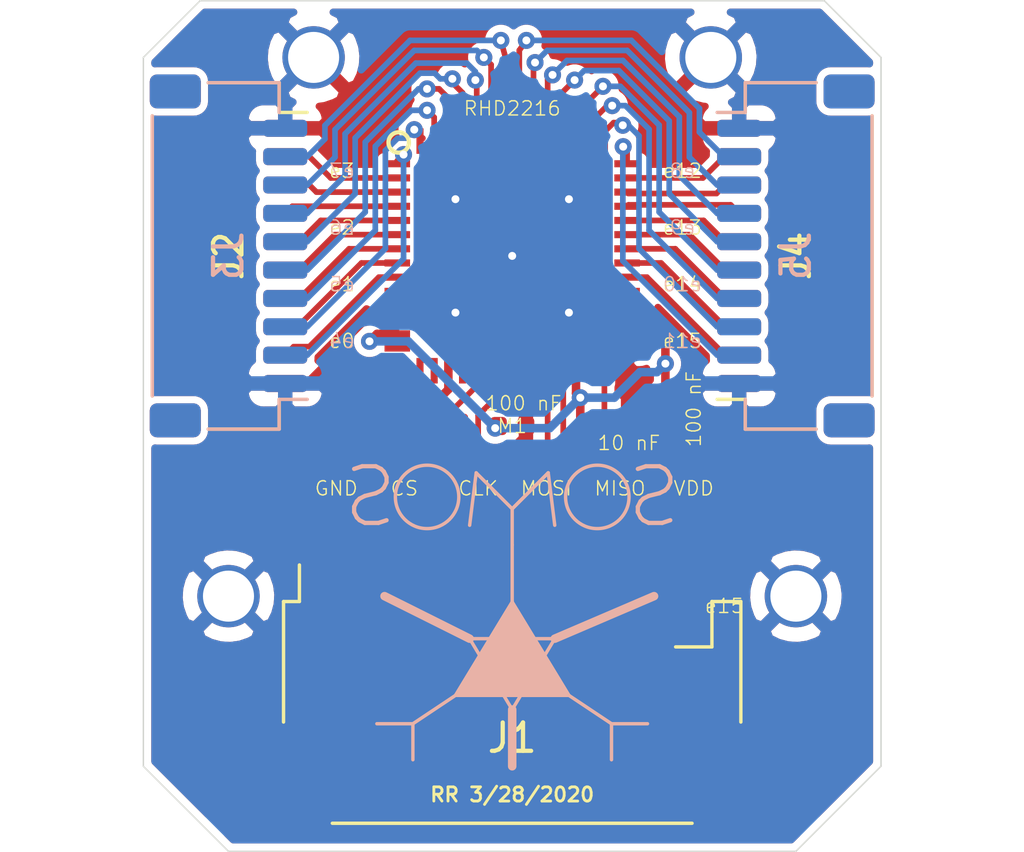
<source format=kicad_pcb>
(kicad_pcb (version 20171130) (host pcbnew 5.1.5-52549c5~84~ubuntu18.04.1)

  (general
    (thickness 1.6)
    (drawings 32)
    (tracks 288)
    (zones 0)
    (modules 14)
    (nets 40)
  )

  (page A4)
  (layers
    (0 F.Cu signal)
    (1 In1.Cu power hide)
    (2 In2.Cu power hide)
    (31 B.Cu signal hide)
    (32 B.Adhes user)
    (33 F.Adhes user)
    (34 B.Paste user)
    (35 F.Paste user)
    (36 B.SilkS user)
    (37 F.SilkS user)
    (38 B.Mask user)
    (39 F.Mask user)
    (40 Dwgs.User user)
    (41 Cmts.User user)
    (42 Eco1.User user)
    (43 Eco2.User user)
    (44 Edge.Cuts user)
    (45 Margin user)
    (46 B.CrtYd user)
    (47 F.CrtYd user)
    (48 B.Fab user)
    (49 F.Fab user)
  )

  (setup
    (last_trace_width 0.2)
    (trace_clearance 0.155)
    (zone_clearance 0.254)
    (zone_45_only no)
    (trace_min 0.2)
    (via_size 0.6)
    (via_drill 0.28)
    (via_min_size 0.4)
    (via_min_drill 0.25)
    (uvia_size 0.3)
    (uvia_drill 0.1)
    (uvias_allowed no)
    (uvia_min_size 0.2)
    (uvia_min_drill 0.1)
    (edge_width 0.05)
    (segment_width 0.2)
    (pcb_text_width 0.3)
    (pcb_text_size 1.5 1.5)
    (mod_edge_width 0.12)
    (mod_text_size 1 1)
    (mod_text_width 0.15)
    (pad_size 2.1 2.1)
    (pad_drill 1.8)
    (pad_to_mask_clearance 0.051)
    (solder_mask_min_width 0.25)
    (aux_axis_origin 0 0)
    (visible_elements FFFFFF7F)
    (pcbplotparams
      (layerselection 0x010ff_ffffffff)
      (usegerberextensions false)
      (usegerberattributes false)
      (usegerberadvancedattributes false)
      (creategerberjobfile false)
      (excludeedgelayer true)
      (linewidth 0.100000)
      (plotframeref false)
      (viasonmask false)
      (mode 1)
      (useauxorigin false)
      (hpglpennumber 1)
      (hpglpenspeed 20)
      (hpglpendiameter 15.000000)
      (psnegative false)
      (psa4output false)
      (plotreference true)
      (plotvalue true)
      (plotinvisibletext false)
      (padsonsilk false)
      (subtractmaskfromsilk false)
      (outputformat 1)
      (mirror false)
      (drillshape 0)
      (scaleselection 1)
      (outputdirectory "fab2/"))
  )

  (net 0 "")
  (net 1 VDD)
  (net 2 GND)
  (net 3 "Net-(C3-Pad1)")
  (net 4 "Net-(J4-Pad2)")
  (net 5 "Net-(J4-Pad3)")
  (net 6 "Net-(J4-Pad4)")
  (net 7 "Net-(J4-Pad5)")
  (net 8 "Net-(J4-Pad6)")
  (net 9 "Net-(J4-Pad7)")
  (net 10 "Net-(J4-Pad8)")
  (net 11 "Net-(J5-Pad8)")
  (net 12 "Net-(J5-Pad7)")
  (net 13 "Net-(J5-Pad6)")
  (net 14 "Net-(J5-Pad5)")
  (net 15 "Net-(J5-Pad4)")
  (net 16 "Net-(J5-Pad3)")
  (net 17 "Net-(J5-Pad2)")
  (net 18 "Net-(J2-Pad2)")
  (net 19 "Net-(J2-Pad3)")
  (net 20 "Net-(J2-Pad4)")
  (net 21 "Net-(J2-Pad5)")
  (net 22 "Net-(J2-Pad6)")
  (net 23 "Net-(J2-Pad7)")
  (net 24 "Net-(J2-Pad8)")
  (net 25 "Net-(J2-Pad9)")
  (net 26 "Net-(J3-Pad9)")
  (net 27 "Net-(J3-Pad8)")
  (net 28 "Net-(J3-Pad7)")
  (net 29 "Net-(J3-Pad6)")
  (net 30 "Net-(J3-Pad5)")
  (net 31 "Net-(J3-Pad4)")
  (net 32 "Net-(J3-Pad3)")
  (net 33 "Net-(J3-Pad2)")
  (net 34 "Net-(J4-Pad9)")
  (net 35 "Net-(J5-Pad9)")
  (net 36 /MOSI)
  (net 37 /SCLK)
  (net 38 /CS)
  (net 39 /MISO)

  (net_class Default "This is the default net class."
    (clearance 0.155)
    (trace_width 0.2)
    (via_dia 0.6)
    (via_drill 0.28)
    (uvia_dia 0.3)
    (uvia_drill 0.1)
    (add_net /CS)
    (add_net /MISO)
    (add_net /MOSI)
    (add_net /SCLK)
    (add_net "Net-(C3-Pad1)")
    (add_net "Net-(J2-Pad2)")
    (add_net "Net-(J2-Pad3)")
    (add_net "Net-(J2-Pad4)")
    (add_net "Net-(J2-Pad5)")
    (add_net "Net-(J2-Pad6)")
    (add_net "Net-(J2-Pad7)")
    (add_net "Net-(J2-Pad8)")
    (add_net "Net-(J2-Pad9)")
    (add_net "Net-(J3-Pad2)")
    (add_net "Net-(J3-Pad3)")
    (add_net "Net-(J3-Pad4)")
    (add_net "Net-(J3-Pad5)")
    (add_net "Net-(J3-Pad6)")
    (add_net "Net-(J3-Pad7)")
    (add_net "Net-(J3-Pad8)")
    (add_net "Net-(J3-Pad9)")
    (add_net "Net-(J4-Pad2)")
    (add_net "Net-(J4-Pad3)")
    (add_net "Net-(J4-Pad4)")
    (add_net "Net-(J4-Pad5)")
    (add_net "Net-(J4-Pad6)")
    (add_net "Net-(J4-Pad7)")
    (add_net "Net-(J4-Pad8)")
    (add_net "Net-(J4-Pad9)")
    (add_net "Net-(J5-Pad2)")
    (add_net "Net-(J5-Pad3)")
    (add_net "Net-(J5-Pad4)")
    (add_net "Net-(J5-Pad5)")
    (add_net "Net-(J5-Pad6)")
    (add_net "Net-(J5-Pad7)")
    (add_net "Net-(J5-Pad8)")
    (add_net "Net-(J5-Pad9)")
  )

  (net_class POWER ""
    (clearance 0.2)
    (trace_width 0.3)
    (via_dia 0.6)
    (via_drill 0.28)
    (uvia_dia 0.3)
    (uvia_drill 0.1)
    (add_net GND)
    (add_net VDD)
  )

  (module SOMOS:MountingHole_2.1mm (layer F.Cu) (tedit 5E7FF03A) (tstamp 5E807FD5)
    (at 157 102)
    (descr "Mounting Hole 2.1mm, no annular")
    (tags "mounting hole 2.1mm no annular")
    (attr virtual)
    (fp_text reference REF** (at 0 -3.2) (layer F.SilkS) hide
      (effects (font (size 1 1) (thickness 0.15)))
    )
    (fp_text value MountingHole_2.1mm (at 0 3.2) (layer F.Fab)
      (effects (font (size 1 1) (thickness 0.15)))
    )
    (fp_text user %R (at 0 0) (layer F.Fab)
      (effects (font (size 1 1) (thickness 0.15)))
    )
    (pad 0 thru_hole circle (at 0 0) (size 2.2 2.2) (drill 1.8) (layers *.Cu *.Mask)
      (net 2 GND))
  )

  (module SOMOS:MountingHole_2.1mm (layer F.Cu) (tedit 5E7FF03A) (tstamp 5E8081D4)
    (at 143 102)
    (descr "Mounting Hole 2.1mm, no annular")
    (tags "mounting hole 2.1mm no annular")
    (attr virtual)
    (fp_text reference REF** (at 0 -3.2) (layer F.SilkS) hide
      (effects (font (size 1 1) (thickness 0.15)))
    )
    (fp_text value MountingHole_2.1mm (at 0 3.2) (layer F.Fab)
      (effects (font (size 1 1) (thickness 0.15)))
    )
    (fp_text user %R (at 0 0) (layer F.Fab)
      (effects (font (size 1 1) (thickness 0.15)))
    )
    (pad 0 thru_hole circle (at 0 0) (size 2.2 2.2) (drill 1.8) (layers *.Cu *.Mask)
      (net 2 GND))
  )

  (module SOMOS:MountingHole_2.1mm (layer F.Cu) (tedit 5E7FF03A) (tstamp 5E807FA7)
    (at 160 121)
    (descr "Mounting Hole 2.1mm, no annular")
    (tags "mounting hole 2.1mm no annular")
    (attr virtual)
    (fp_text reference REF** (at 0 -3.2) (layer F.SilkS) hide
      (effects (font (size 1 1) (thickness 0.15)))
    )
    (fp_text value MountingHole_2.1mm (at 0 3.2) (layer F.Fab)
      (effects (font (size 1 1) (thickness 0.15)))
    )
    (fp_text user %R (at 0 0) (layer F.Fab)
      (effects (font (size 1 1) (thickness 0.15)))
    )
    (pad 0 thru_hole circle (at 0 0) (size 2.2 2.2) (drill 1.8) (layers *.Cu *.Mask)
      (net 2 GND))
  )

  (module SOMOS:MountingHole_2.1mm (layer F.Cu) (tedit 5E7FF03A) (tstamp 5E807DAE)
    (at 140 121)
    (descr "Mounting Hole 2.1mm, no annular")
    (tags "mounting hole 2.1mm no annular")
    (attr virtual)
    (fp_text reference REF** (at 0 -3.2) (layer F.SilkS) hide
      (effects (font (size 1 1) (thickness 0.15)))
    )
    (fp_text value MountingHole_2.1mm (at 0 3.2) (layer F.Fab)
      (effects (font (size 1 1) (thickness 0.15)))
    )
    (fp_text user %R (at 0 0) (layer F.Fab)
      (effects (font (size 1 1) (thickness 0.15)))
    )
    (pad 0 thru_hole circle (at 0 0) (size 2.2 2.2) (drill 1.8) (layers *.Cu *.Mask)
      (net 2 GND))
  )

  (module SOMOS:RHD2216_QFN56 (layer F.Cu) (tedit 5E7FEAE0) (tstamp 5E1D3FB9)
    (at 150 109)
    (path /5E1A1FC6)
    (solder_mask_margin 0.1)
    (solder_paste_margin -0.05)
    (clearance 0.1)
    (fp_text reference M1 (at 0 6) (layer F.SilkS)
      (effects (font (size 0.5 0.5) (thickness 0.05)))
    )
    (fp_text value RHD2216 (at 0 -5.2) (layer F.SilkS)
      (effects (font (size 0.5 0.5) (thickness 0.05)))
    )
    (fp_circle (center -4 -4) (end -3.7 -4.2) (layer F.SilkS) (width 0.15))
    (pad 57 smd rect (at 0 0) (size 6 6) (layers F.Cu F.Paste F.Mask)
      (net 2 GND))
    (pad 42 smd rect (at 4.05 -3.25) (size 0.9 0.25) (layers F.Cu F.Paste F.Mask)
      (net 35 "Net-(J5-Pad9)"))
    (pad 41 smd rect (at 4.05 -2.75) (size 0.9 0.25) (layers F.Cu F.Paste F.Mask)
      (net 34 "Net-(J4-Pad9)"))
    (pad 40 smd rect (at 4.05 -2.25) (size 0.9 0.25) (layers F.Cu F.Paste F.Mask)
      (net 10 "Net-(J4-Pad8)"))
    (pad 39 smd rect (at 4.05 -1.75) (size 0.9 0.25) (layers F.Cu F.Paste F.Mask)
      (net 9 "Net-(J4-Pad7)"))
    (pad 38 smd rect (at 4.05 -1.25) (size 0.9 0.25) (layers F.Cu F.Paste F.Mask)
      (net 8 "Net-(J4-Pad6)"))
    (pad 37 smd rect (at 4.05 -0.75) (size 0.9 0.25) (layers F.Cu F.Paste F.Mask)
      (net 7 "Net-(J4-Pad5)"))
    (pad 36 smd rect (at 4.05 -0.25) (size 0.9 0.25) (layers F.Cu F.Paste F.Mask)
      (net 6 "Net-(J4-Pad4)"))
    (pad 35 smd rect (at 4.05 0.25) (size 0.9 0.25) (layers F.Cu F.Paste F.Mask)
      (net 5 "Net-(J4-Pad3)"))
    (pad 34 smd rect (at 4.05 0.75) (size 0.9 0.25) (layers F.Cu F.Paste F.Mask)
      (net 4 "Net-(J4-Pad2)"))
    (pad 33 smd rect (at 4.05 1.25) (size 0.9 0.25) (layers F.Cu F.Paste F.Mask))
    (pad 32 smd rect (at 4.05 1.75) (size 0.9 0.25) (layers F.Cu F.Paste F.Mask)
      (net 2 GND))
    (pad 31 smd rect (at 4.05 2.25) (size 0.9 0.25) (layers F.Cu F.Paste F.Mask)
      (net 1 VDD))
    (pad 30 smd rect (at 4.05 2.75) (size 0.9 0.25) (layers F.Cu F.Paste F.Mask)
      (net 2 GND))
    (pad 29 smd rect (at 4.05 3.25) (size 0.9 0.25) (layers F.Cu F.Paste F.Mask)
      (net 2 GND))
    (pad 14 smd rect (at -4.05 3.25) (size 0.9 0.25) (layers F.Cu F.Paste F.Mask))
    (pad 13 smd rect (at -4.05 2.75) (size 0.9 0.25) (layers F.Cu F.Paste F.Mask)
      (net 1 VDD))
    (pad 12 smd rect (at -4.05 2.25) (size 0.9 0.25) (layers F.Cu F.Paste F.Mask)
      (net 2 GND))
    (pad 11 smd rect (at -4.05 1.75) (size 0.9 0.25) (layers F.Cu F.Paste F.Mask)
      (net 2 GND))
    (pad 10 smd rect (at -4.05 1.25) (size 0.9 0.25) (layers F.Cu F.Paste F.Mask)
      (net 2 GND))
    (pad 9 smd rect (at -4.05 0.75) (size 0.9 0.25) (layers F.Cu F.Paste F.Mask)
      (net 25 "Net-(J2-Pad9)"))
    (pad 8 smd rect (at -4.05 0.25) (size 0.9 0.25) (layers F.Cu F.Paste F.Mask)
      (net 24 "Net-(J2-Pad8)"))
    (pad 7 smd rect (at -4.05 -0.25) (size 0.9 0.25) (layers F.Cu F.Paste F.Mask)
      (net 23 "Net-(J2-Pad7)"))
    (pad 6 smd rect (at -4.05 -0.75) (size 0.9 0.25) (layers F.Cu F.Paste F.Mask)
      (net 22 "Net-(J2-Pad6)"))
    (pad 5 smd rect (at -4.05 -1.25) (size 0.9 0.25) (layers F.Cu F.Paste F.Mask)
      (net 21 "Net-(J2-Pad5)"))
    (pad 4 smd rect (at -4.05 -1.75) (size 0.9 0.25) (layers F.Cu F.Paste F.Mask)
      (net 20 "Net-(J2-Pad4)"))
    (pad 3 smd rect (at -4.05 -2.25) (size 0.9 0.25) (layers F.Cu F.Paste F.Mask)
      (net 19 "Net-(J2-Pad3)"))
    (pad 2 smd rect (at -4.05 -2.75) (size 0.9 0.25) (layers F.Cu F.Paste F.Mask)
      (net 18 "Net-(J2-Pad2)"))
    (pad 1 smd rect (at -4.05 -3.25) (size 0.9 0.25) (layers F.Cu F.Paste F.Mask)
      (net 33 "Net-(J3-Pad2)"))
    (pad 28 smd rect (at 3.25 4.05) (size 0.25 0.9) (layers F.Cu F.Paste F.Mask)
      (net 3 "Net-(C3-Pad1)"))
    (pad 27 smd rect (at 2.75 4.05) (size 0.25 0.9) (layers F.Cu F.Paste F.Mask))
    (pad 26 smd rect (at 2.25 4.05) (size 0.25 0.9) (layers F.Cu F.Paste F.Mask)
      (net 1 VDD))
    (pad 25 smd rect (at 1.75 4.05) (size 0.25 0.9) (layers F.Cu F.Paste F.Mask)
      (net 39 /MISO))
    (pad 24 smd rect (at 1.25 4.05) (size 0.25 0.9) (layers F.Cu F.Paste F.Mask))
    (pad 23 smd rect (at 0.75 4.05) (size 0.25 0.9) (layers F.Cu F.Paste F.Mask)
      (net 36 /MOSI))
    (pad 22 smd rect (at 0.25 4.05) (size 0.25 0.9) (layers F.Cu F.Paste F.Mask))
    (pad 21 smd rect (at -0.25 4.05) (size 0.25 0.9) (layers F.Cu F.Paste F.Mask)
      (net 37 /SCLK))
    (pad 20 smd rect (at -0.75 4.05) (size 0.25 0.9) (layers F.Cu F.Paste F.Mask))
    (pad 19 smd rect (at -1.25 4.05) (size 0.25 0.9) (layers F.Cu F.Paste F.Mask)
      (net 38 /CS))
    (pad 18 smd rect (at -1.75 4.05) (size 0.25 0.9) (layers F.Cu F.Paste F.Mask))
    (pad 17 smd rect (at -2.25 4.05) (size 0.25 0.9) (layers F.Cu F.Paste F.Mask)
      (net 2 GND))
    (pad 16 smd rect (at -2.75 4.05) (size 0.25 0.9) (layers F.Cu F.Paste F.Mask))
    (pad 15 smd rect (at -3.25 4.05) (size 0.25 0.9) (layers F.Cu F.Paste F.Mask))
    (pad 56 smd rect (at -3.25 -4.05) (size 0.25 0.9) (layers F.Cu F.Paste F.Mask)
      (net 32 "Net-(J3-Pad3)"))
    (pad 55 smd rect (at -2.75 -4.05) (size 0.25 0.9) (layers F.Cu F.Paste F.Mask)
      (net 31 "Net-(J3-Pad4)"))
    (pad 54 smd rect (at -2.25 -4.05) (size 0.25 0.9) (layers F.Cu F.Paste F.Mask)
      (net 30 "Net-(J3-Pad5)"))
    (pad 53 smd rect (at -1.75 -4.05) (size 0.25 0.9) (layers F.Cu F.Paste F.Mask)
      (net 29 "Net-(J3-Pad6)"))
    (pad 52 smd rect (at -1.25 -4.05) (size 0.25 0.9) (layers F.Cu F.Paste F.Mask)
      (net 28 "Net-(J3-Pad7)"))
    (pad 51 smd rect (at -0.75 -4.05) (size 0.25 0.9) (layers F.Cu F.Paste F.Mask)
      (net 27 "Net-(J3-Pad8)"))
    (pad 50 smd rect (at -0.25 -4.05) (size 0.25 0.9) (layers F.Cu F.Paste F.Mask)
      (net 26 "Net-(J3-Pad9)"))
    (pad 49 smd rect (at 0.25 -4.05) (size 0.25 0.9) (layers F.Cu F.Paste F.Mask)
      (net 17 "Net-(J5-Pad2)"))
    (pad 48 smd rect (at 0.75 -4.05) (size 0.25 0.9) (layers F.Cu F.Paste F.Mask)
      (net 16 "Net-(J5-Pad3)"))
    (pad 47 smd rect (at 1.25 -4.05) (size 0.25 0.9) (layers F.Cu F.Paste F.Mask)
      (net 15 "Net-(J5-Pad4)"))
    (pad 46 smd rect (at 1.75 -4.05) (size 0.25 0.9) (layers F.Cu F.Paste F.Mask)
      (net 14 "Net-(J5-Pad5)"))
    (pad 45 smd rect (at 2.25 -4.05) (size 0.25 0.9) (layers F.Cu F.Paste F.Mask)
      (net 13 "Net-(J5-Pad6)"))
    (pad 44 smd rect (at 2.75 -4.05) (size 0.25 0.9) (layers F.Cu F.Paste F.Mask)
      (net 12 "Net-(J5-Pad7)"))
    (pad 43 smd rect (at 3.25 -4.05) (size 0.25 0.9) (layers F.Cu F.Paste F.Mask)
      (net 11 "Net-(J5-Pad8)"))
    (model "${PERSO3D}/User Library-QFN56_0_4.step"
      (at (xyz 0 0 0))
      (scale (xyz 1.25 1.25 1.2))
      (rotate (xyz 0 0 0))
    )
  )

  (module SOMOS:JST_SH_SM10B-SRSS-TB_1x10-1MP_P1.00mm_Horizontal (layer F.Cu) (tedit 5E7FE5DC) (tstamp 5E801EF6)
    (at 140 109 270)
    (descr "JST SH series connector, SM10B-SRSS-TB (http://www.jst-mfg.com/product/pdf/eng/eSH.pdf), generated with kicad-footprint-generator")
    (tags "connector JST SH top entry")
    (path /5E832983)
    (attr smd)
    (fp_text reference J2 (at 0 0 90) (layer F.SilkS)
      (effects (font (size 1 1) (thickness 0.15)))
    )
    (fp_text value Conn_01x10_Male (at 0 3.98 90) (layer F.Fab)
      (effects (font (size 1 1) (thickness 0.15)))
    )
    (fp_text user %R (at 0 0 90) (layer F.Fab)
      (effects (font (size 1 1) (thickness 0.15)))
    )
    (fp_line (start -4.5 -0.967893) (end -4 -1.675) (layer F.Fab) (width 0.1))
    (fp_line (start -5 -1.675) (end -4.5 -0.967893) (layer F.Fab) (width 0.1))
    (fp_line (start 6.9 -3.28) (end -6.9 -3.28) (layer F.CrtYd) (width 0.05))
    (fp_line (start 6.9 3.28) (end 6.9 -3.28) (layer F.CrtYd) (width 0.05))
    (fp_line (start -6.9 3.28) (end 6.9 3.28) (layer F.CrtYd) (width 0.05))
    (fp_line (start -6.9 -3.28) (end -6.9 3.28) (layer F.CrtYd) (width 0.05))
    (fp_line (start 6 -1.675) (end 6 2.575) (layer F.Fab) (width 0.1))
    (fp_line (start -6 -1.675) (end -6 2.575) (layer F.Fab) (width 0.1))
    (fp_line (start -6 2.575) (end 6 2.575) (layer F.Fab) (width 0.1))
    (fp_line (start -4.94 2.685) (end 4.94 2.685) (layer F.SilkS) (width 0.12))
    (fp_line (start 6.11 -1.785) (end 5.06 -1.785) (layer F.SilkS) (width 0.12))
    (fp_line (start 6.11 0.715) (end 6.11 -1.785) (layer F.SilkS) (width 0.12))
    (fp_line (start -5.06 -1.785) (end -5.06 -2.775) (layer F.SilkS) (width 0.12))
    (fp_line (start -6.11 -1.785) (end -5.06 -1.785) (layer F.SilkS) (width 0.12))
    (fp_line (start -6.11 0.715) (end -6.11 -1.785) (layer F.SilkS) (width 0.12))
    (fp_line (start -6 -1.675) (end 6 -1.675) (layer F.Fab) (width 0.1))
    (pad MP smd roundrect (at 5.8 1.875 270) (size 1.2 1.8) (layers F.Cu F.Paste F.Mask) (roundrect_rratio 0.208333))
    (pad MP smd roundrect (at -5.8 1.875 270) (size 1.2 1.8) (layers F.Cu F.Paste F.Mask) (roundrect_rratio 0.208333))
    (pad 10 smd roundrect (at 4.5 -2 270) (size 0.6 1.55) (layers F.Cu F.Paste F.Mask) (roundrect_rratio 0.25)
      (net 2 GND))
    (pad 9 smd roundrect (at 3.5 -2 270) (size 0.6 1.55) (layers F.Cu F.Paste F.Mask) (roundrect_rratio 0.25)
      (net 25 "Net-(J2-Pad9)"))
    (pad 8 smd roundrect (at 2.5 -2 270) (size 0.6 1.55) (layers F.Cu F.Paste F.Mask) (roundrect_rratio 0.25)
      (net 24 "Net-(J2-Pad8)"))
    (pad 7 smd roundrect (at 1.5 -2 270) (size 0.6 1.55) (layers F.Cu F.Paste F.Mask) (roundrect_rratio 0.25)
      (net 23 "Net-(J2-Pad7)"))
    (pad 6 smd roundrect (at 0.5 -2 270) (size 0.6 1.55) (layers F.Cu F.Paste F.Mask) (roundrect_rratio 0.25)
      (net 22 "Net-(J2-Pad6)"))
    (pad 5 smd roundrect (at -0.5 -2 270) (size 0.6 1.55) (layers F.Cu F.Paste F.Mask) (roundrect_rratio 0.25)
      (net 21 "Net-(J2-Pad5)"))
    (pad 4 smd roundrect (at -1.5 -2 270) (size 0.6 1.55) (layers F.Cu F.Paste F.Mask) (roundrect_rratio 0.25)
      (net 20 "Net-(J2-Pad4)"))
    (pad 3 smd roundrect (at -2.5 -2 270) (size 0.6 1.55) (layers F.Cu F.Paste F.Mask) (roundrect_rratio 0.25)
      (net 19 "Net-(J2-Pad3)"))
    (pad 2 smd roundrect (at -3.5 -2 270) (size 0.6 1.55) (layers F.Cu F.Paste F.Mask) (roundrect_rratio 0.25)
      (net 18 "Net-(J2-Pad2)"))
    (pad 1 smd roundrect (at -4.5 -2 270) (size 0.6 1.55) (layers F.Cu F.Paste F.Mask) (roundrect_rratio 0.25)
      (net 2 GND))
    (model ${PERSO3D}/SM10B-SRSS-TB.STEP
      (offset (xyz 0 1.5 -0.3))
      (scale (xyz 1 1 1))
      (rotate (xyz -90 0 0))
    )
  )

  (module SOMOS:JST_SH_SM10B-SRSS-TB_1x10-1MP_P1.00mm_Horizontal (layer B.Cu) (tedit 5E7FE5DC) (tstamp 5E801F17)
    (at 140 109 90)
    (descr "JST SH series connector, SM10B-SRSS-TB (http://www.jst-mfg.com/product/pdf/eng/eSH.pdf), generated with kicad-footprint-generator")
    (tags "connector JST SH top entry")
    (path /5E836D47)
    (attr smd)
    (fp_text reference J3 (at 0 0 270) (layer B.SilkS)
      (effects (font (size 1 1) (thickness 0.15)) (justify mirror))
    )
    (fp_text value Conn_01x10_Male (at 0 -3.98 270) (layer B.Fab)
      (effects (font (size 1 1) (thickness 0.15)) (justify mirror))
    )
    (fp_text user %R (at 0 0 270) (layer B.Fab)
      (effects (font (size 1 1) (thickness 0.15)) (justify mirror))
    )
    (fp_line (start -4.5 0.967893) (end -4 1.675) (layer B.Fab) (width 0.1))
    (fp_line (start -5 1.675) (end -4.5 0.967893) (layer B.Fab) (width 0.1))
    (fp_line (start 6.9 3.28) (end -6.9 3.28) (layer B.CrtYd) (width 0.05))
    (fp_line (start 6.9 -3.28) (end 6.9 3.28) (layer B.CrtYd) (width 0.05))
    (fp_line (start -6.9 -3.28) (end 6.9 -3.28) (layer B.CrtYd) (width 0.05))
    (fp_line (start -6.9 3.28) (end -6.9 -3.28) (layer B.CrtYd) (width 0.05))
    (fp_line (start 6 1.675) (end 6 -2.575) (layer B.Fab) (width 0.1))
    (fp_line (start -6 1.675) (end -6 -2.575) (layer B.Fab) (width 0.1))
    (fp_line (start -6 -2.575) (end 6 -2.575) (layer B.Fab) (width 0.1))
    (fp_line (start -4.94 -2.685) (end 4.94 -2.685) (layer B.SilkS) (width 0.12))
    (fp_line (start 6.11 1.785) (end 5.06 1.785) (layer B.SilkS) (width 0.12))
    (fp_line (start 6.11 -0.715) (end 6.11 1.785) (layer B.SilkS) (width 0.12))
    (fp_line (start -5.06 1.785) (end -5.06 2.775) (layer B.SilkS) (width 0.12))
    (fp_line (start -6.11 1.785) (end -5.06 1.785) (layer B.SilkS) (width 0.12))
    (fp_line (start -6.11 -0.715) (end -6.11 1.785) (layer B.SilkS) (width 0.12))
    (fp_line (start -6 1.675) (end 6 1.675) (layer B.Fab) (width 0.1))
    (pad MP smd roundrect (at 5.8 -1.875 90) (size 1.2 1.8) (layers B.Cu B.Paste B.Mask) (roundrect_rratio 0.208333))
    (pad MP smd roundrect (at -5.8 -1.875 90) (size 1.2 1.8) (layers B.Cu B.Paste B.Mask) (roundrect_rratio 0.208333))
    (pad 10 smd roundrect (at 4.5 2 90) (size 0.6 1.55) (layers B.Cu B.Paste B.Mask) (roundrect_rratio 0.25)
      (net 2 GND))
    (pad 9 smd roundrect (at 3.5 2 90) (size 0.6 1.55) (layers B.Cu B.Paste B.Mask) (roundrect_rratio 0.25)
      (net 26 "Net-(J3-Pad9)"))
    (pad 8 smd roundrect (at 2.5 2 90) (size 0.6 1.55) (layers B.Cu B.Paste B.Mask) (roundrect_rratio 0.25)
      (net 27 "Net-(J3-Pad8)"))
    (pad 7 smd roundrect (at 1.5 2 90) (size 0.6 1.55) (layers B.Cu B.Paste B.Mask) (roundrect_rratio 0.25)
      (net 28 "Net-(J3-Pad7)"))
    (pad 6 smd roundrect (at 0.5 2 90) (size 0.6 1.55) (layers B.Cu B.Paste B.Mask) (roundrect_rratio 0.25)
      (net 29 "Net-(J3-Pad6)"))
    (pad 5 smd roundrect (at -0.5 2 90) (size 0.6 1.55) (layers B.Cu B.Paste B.Mask) (roundrect_rratio 0.25)
      (net 30 "Net-(J3-Pad5)"))
    (pad 4 smd roundrect (at -1.5 2 90) (size 0.6 1.55) (layers B.Cu B.Paste B.Mask) (roundrect_rratio 0.25)
      (net 31 "Net-(J3-Pad4)"))
    (pad 3 smd roundrect (at -2.5 2 90) (size 0.6 1.55) (layers B.Cu B.Paste B.Mask) (roundrect_rratio 0.25)
      (net 32 "Net-(J3-Pad3)"))
    (pad 2 smd roundrect (at -3.5 2 90) (size 0.6 1.55) (layers B.Cu B.Paste B.Mask) (roundrect_rratio 0.25)
      (net 33 "Net-(J3-Pad2)"))
    (pad 1 smd roundrect (at -4.5 2 90) (size 0.6 1.55) (layers B.Cu B.Paste B.Mask) (roundrect_rratio 0.25)
      (net 2 GND))
    (model ${PERSO3D}/SM10B-SRSS-TB.STEP
      (offset (xyz 0 1.5 -0.3))
      (scale (xyz 1 1 1))
      (rotate (xyz -90 0 0))
    )
  )

  (module SOMOS:JST_SH_SM10B-SRSS-TB_1x10-1MP_P1.00mm_Horizontal (layer F.Cu) (tedit 5E7FE5DC) (tstamp 5E801F38)
    (at 160 109 90)
    (descr "JST SH series connector, SM10B-SRSS-TB (http://www.jst-mfg.com/product/pdf/eng/eSH.pdf), generated with kicad-footprint-generator")
    (tags "connector JST SH top entry")
    (path /5E837BBE)
    (attr smd)
    (fp_text reference J4 (at 0 0 90) (layer F.SilkS)
      (effects (font (size 1 1) (thickness 0.15)))
    )
    (fp_text value Conn_01x10_Male (at 0 3.98 90) (layer F.Fab)
      (effects (font (size 1 1) (thickness 0.15)))
    )
    (fp_text user %R (at 0 0 90) (layer F.Fab)
      (effects (font (size 1 1) (thickness 0.15)))
    )
    (fp_line (start -4.5 -0.967893) (end -4 -1.675) (layer F.Fab) (width 0.1))
    (fp_line (start -5 -1.675) (end -4.5 -0.967893) (layer F.Fab) (width 0.1))
    (fp_line (start 6.9 -3.28) (end -6.9 -3.28) (layer F.CrtYd) (width 0.05))
    (fp_line (start 6.9 3.28) (end 6.9 -3.28) (layer F.CrtYd) (width 0.05))
    (fp_line (start -6.9 3.28) (end 6.9 3.28) (layer F.CrtYd) (width 0.05))
    (fp_line (start -6.9 -3.28) (end -6.9 3.28) (layer F.CrtYd) (width 0.05))
    (fp_line (start 6 -1.675) (end 6 2.575) (layer F.Fab) (width 0.1))
    (fp_line (start -6 -1.675) (end -6 2.575) (layer F.Fab) (width 0.1))
    (fp_line (start -6 2.575) (end 6 2.575) (layer F.Fab) (width 0.1))
    (fp_line (start -4.94 2.685) (end 4.94 2.685) (layer F.SilkS) (width 0.12))
    (fp_line (start 6.11 -1.785) (end 5.06 -1.785) (layer F.SilkS) (width 0.12))
    (fp_line (start 6.11 0.715) (end 6.11 -1.785) (layer F.SilkS) (width 0.12))
    (fp_line (start -5.06 -1.785) (end -5.06 -2.775) (layer F.SilkS) (width 0.12))
    (fp_line (start -6.11 -1.785) (end -5.06 -1.785) (layer F.SilkS) (width 0.12))
    (fp_line (start -6.11 0.715) (end -6.11 -1.785) (layer F.SilkS) (width 0.12))
    (fp_line (start -6 -1.675) (end 6 -1.675) (layer F.Fab) (width 0.1))
    (pad MP smd roundrect (at 5.8 1.875 90) (size 1.2 1.8) (layers F.Cu F.Paste F.Mask) (roundrect_rratio 0.208333))
    (pad MP smd roundrect (at -5.8 1.875 90) (size 1.2 1.8) (layers F.Cu F.Paste F.Mask) (roundrect_rratio 0.208333))
    (pad 10 smd roundrect (at 4.5 -2 90) (size 0.6 1.55) (layers F.Cu F.Paste F.Mask) (roundrect_rratio 0.25)
      (net 2 GND))
    (pad 9 smd roundrect (at 3.5 -2 90) (size 0.6 1.55) (layers F.Cu F.Paste F.Mask) (roundrect_rratio 0.25)
      (net 34 "Net-(J4-Pad9)"))
    (pad 8 smd roundrect (at 2.5 -2 90) (size 0.6 1.55) (layers F.Cu F.Paste F.Mask) (roundrect_rratio 0.25)
      (net 10 "Net-(J4-Pad8)"))
    (pad 7 smd roundrect (at 1.5 -2 90) (size 0.6 1.55) (layers F.Cu F.Paste F.Mask) (roundrect_rratio 0.25)
      (net 9 "Net-(J4-Pad7)"))
    (pad 6 smd roundrect (at 0.5 -2 90) (size 0.6 1.55) (layers F.Cu F.Paste F.Mask) (roundrect_rratio 0.25)
      (net 8 "Net-(J4-Pad6)"))
    (pad 5 smd roundrect (at -0.5 -2 90) (size 0.6 1.55) (layers F.Cu F.Paste F.Mask) (roundrect_rratio 0.25)
      (net 7 "Net-(J4-Pad5)"))
    (pad 4 smd roundrect (at -1.5 -2 90) (size 0.6 1.55) (layers F.Cu F.Paste F.Mask) (roundrect_rratio 0.25)
      (net 6 "Net-(J4-Pad4)"))
    (pad 3 smd roundrect (at -2.5 -2 90) (size 0.6 1.55) (layers F.Cu F.Paste F.Mask) (roundrect_rratio 0.25)
      (net 5 "Net-(J4-Pad3)"))
    (pad 2 smd roundrect (at -3.5 -2 90) (size 0.6 1.55) (layers F.Cu F.Paste F.Mask) (roundrect_rratio 0.25)
      (net 4 "Net-(J4-Pad2)"))
    (pad 1 smd roundrect (at -4.5 -2 90) (size 0.6 1.55) (layers F.Cu F.Paste F.Mask) (roundrect_rratio 0.25)
      (net 2 GND))
    (model ${PERSO3D}/SM10B-SRSS-TB.STEP
      (offset (xyz 0 1.5 -0.3))
      (scale (xyz 1 1 1))
      (rotate (xyz -90 0 0))
    )
  )

  (module SOMOS:JST_SH_SM10B-SRSS-TB_1x10-1MP_P1.00mm_Horizontal (layer B.Cu) (tedit 5E7FE5DC) (tstamp 5E803B51)
    (at 160 109 270)
    (descr "JST SH series connector, SM10B-SRSS-TB (http://www.jst-mfg.com/product/pdf/eng/eSH.pdf), generated with kicad-footprint-generator")
    (tags "connector JST SH top entry")
    (path /5E8391F0)
    (attr smd)
    (fp_text reference J5 (at 0 0 270) (layer B.SilkS)
      (effects (font (size 1 1) (thickness 0.15)) (justify mirror))
    )
    (fp_text value Conn_01x10_Male (at 0 -3.98 270) (layer B.Fab)
      (effects (font (size 1 1) (thickness 0.15)) (justify mirror))
    )
    (fp_text user %R (at 0 0 270) (layer B.Fab)
      (effects (font (size 1 1) (thickness 0.15)) (justify mirror))
    )
    (fp_line (start -4.5 0.967893) (end -4 1.675) (layer B.Fab) (width 0.1))
    (fp_line (start -5 1.675) (end -4.5 0.967893) (layer B.Fab) (width 0.1))
    (fp_line (start 6.9 3.28) (end -6.9 3.28) (layer B.CrtYd) (width 0.05))
    (fp_line (start 6.9 -3.28) (end 6.9 3.28) (layer B.CrtYd) (width 0.05))
    (fp_line (start -6.9 -3.28) (end 6.9 -3.28) (layer B.CrtYd) (width 0.05))
    (fp_line (start -6.9 3.28) (end -6.9 -3.28) (layer B.CrtYd) (width 0.05))
    (fp_line (start 6 1.675) (end 6 -2.575) (layer B.Fab) (width 0.1))
    (fp_line (start -6 1.675) (end -6 -2.575) (layer B.Fab) (width 0.1))
    (fp_line (start -6 -2.575) (end 6 -2.575) (layer B.Fab) (width 0.1))
    (fp_line (start -4.94 -2.685) (end 4.94 -2.685) (layer B.SilkS) (width 0.12))
    (fp_line (start 6.11 1.785) (end 5.06 1.785) (layer B.SilkS) (width 0.12))
    (fp_line (start 6.11 -0.715) (end 6.11 1.785) (layer B.SilkS) (width 0.12))
    (fp_line (start -5.06 1.785) (end -5.06 2.775) (layer B.SilkS) (width 0.12))
    (fp_line (start -6.11 1.785) (end -5.06 1.785) (layer B.SilkS) (width 0.12))
    (fp_line (start -6.11 -0.715) (end -6.11 1.785) (layer B.SilkS) (width 0.12))
    (fp_line (start -6 1.675) (end 6 1.675) (layer B.Fab) (width 0.1))
    (pad MP smd roundrect (at 5.8 -1.875 270) (size 1.2 1.8) (layers B.Cu B.Paste B.Mask) (roundrect_rratio 0.208333))
    (pad MP smd roundrect (at -5.8 -1.875 270) (size 1.2 1.8) (layers B.Cu B.Paste B.Mask) (roundrect_rratio 0.208333))
    (pad 10 smd roundrect (at 4.5 2 270) (size 0.6 1.55) (layers B.Cu B.Paste B.Mask) (roundrect_rratio 0.25)
      (net 2 GND))
    (pad 9 smd roundrect (at 3.5 2 270) (size 0.6 1.55) (layers B.Cu B.Paste B.Mask) (roundrect_rratio 0.25)
      (net 35 "Net-(J5-Pad9)"))
    (pad 8 smd roundrect (at 2.5 2 270) (size 0.6 1.55) (layers B.Cu B.Paste B.Mask) (roundrect_rratio 0.25)
      (net 11 "Net-(J5-Pad8)"))
    (pad 7 smd roundrect (at 1.5 2 270) (size 0.6 1.55) (layers B.Cu B.Paste B.Mask) (roundrect_rratio 0.25)
      (net 12 "Net-(J5-Pad7)"))
    (pad 6 smd roundrect (at 0.5 2 270) (size 0.6 1.55) (layers B.Cu B.Paste B.Mask) (roundrect_rratio 0.25)
      (net 13 "Net-(J5-Pad6)"))
    (pad 5 smd roundrect (at -0.5 2 270) (size 0.6 1.55) (layers B.Cu B.Paste B.Mask) (roundrect_rratio 0.25)
      (net 14 "Net-(J5-Pad5)"))
    (pad 4 smd roundrect (at -1.5 2 270) (size 0.6 1.55) (layers B.Cu B.Paste B.Mask) (roundrect_rratio 0.25)
      (net 15 "Net-(J5-Pad4)"))
    (pad 3 smd roundrect (at -2.5 2 270) (size 0.6 1.55) (layers B.Cu B.Paste B.Mask) (roundrect_rratio 0.25)
      (net 16 "Net-(J5-Pad3)"))
    (pad 2 smd roundrect (at -3.5 2 270) (size 0.6 1.55) (layers B.Cu B.Paste B.Mask) (roundrect_rratio 0.25)
      (net 17 "Net-(J5-Pad2)"))
    (pad 1 smd roundrect (at -4.5 2 270) (size 0.6 1.55) (layers B.Cu B.Paste B.Mask) (roundrect_rratio 0.25)
      (net 2 GND))
    (model ${PERSO3D}/SM10B-SRSS-TB.STEP
      (offset (xyz 0 1.5 -0.3))
      (scale (xyz 1 1 1))
      (rotate (xyz -90 0 0))
    )
  )

  (module SOMOS:JST_XH_S6B-XH-SM4 (layer F.Cu) (tedit 5E7FE2B8) (tstamp 5E801EB4)
    (at 150 129)
    (descr "JST PH series connector, S6B-PH-SM4-TB (http://www.jst-mfg.com/product/pdf/eng/ePH.pdf), generated with kicad-footprint-generator")
    (tags "connector JST PH top entry")
    (path /5E1BE71B)
    (attr smd)
    (fp_text reference J1 (at 0 -3) (layer F.SilkS)
      (effects (font (size 1 1) (thickness 0.15)))
    )
    (fp_text value Conn_01x06_Female (at 0 -3.4) (layer F.Fab)
      (effects (font (size 1 1) (thickness 0.15)))
    )
    (fp_text user %R (at 0 -3) (layer F.Fab)
      (effects (font (size 1 1) (thickness 0.15)))
    )
    (fp_line (start -5 -5.392893) (end -4.5 -6.1) (layer F.Fab) (width 0.1))
    (fp_line (start -5.5 -6.1) (end -5 -5.392893) (layer F.Fab) (width 0.1))
    (fp_line (start 8.6 -9.6) (end -8.6 -9.6) (layer F.CrtYd) (width 0.05))
    (fp_line (start 8.6 0.6) (end 8.6 -9.6) (layer F.CrtYd) (width 0.05))
    (fp_line (start -8.6 0.6) (end 8.6 0.6) (layer F.CrtYd) (width 0.05))
    (fp_line (start -8.6 -9.6) (end -8.6 0.6) (layer F.CrtYd) (width 0.05))
    (fp_line (start 7.95 -7.7) (end 7.95 -0.1) (layer F.Fab) (width 0.1))
    (fp_line (start -7.95 -7.7) (end -7.95 -0.1) (layer F.Fab) (width 0.1))
    (fp_line (start -7.95 -0.1) (end 7.95 -0.1) (layer F.Fab) (width 0.1))
    (fp_line (start -6.34 0.01) (end 6.34 0.01) (layer F.SilkS) (width 0.12))
    (fp_line (start 7.04 -6.21) (end 5.76 -6.21) (layer F.SilkS) (width 0.12))
    (fp_line (start 7.04 -7.81) (end 7.04 -6.21) (layer F.SilkS) (width 0.12))
    (fp_line (start 8.06 -7.81) (end 7.04 -7.81) (layer F.SilkS) (width 0.12))
    (fp_line (start 8.06 -3.56) (end 8.06 -7.81) (layer F.SilkS) (width 0.12))
    (fp_line (start -7.5 -7.81) (end -7.5 -9.1) (layer F.SilkS) (width 0.12))
    (fp_line (start -8.06 -7.81) (end -7.5 -7.81) (layer F.SilkS) (width 0.12))
    (fp_line (start -8.06 -3.56) (end -8.06 -7.81) (layer F.SilkS) (width 0.12))
    (fp_line (start 7.15 -7.7) (end 7.95 -7.7) (layer F.Fab) (width 0.1))
    (fp_line (start 7.15 -6.1) (end 7.15 -7.7) (layer F.Fab) (width 0.1))
    (fp_line (start -7.15 -6.1) (end 7.15 -6.1) (layer F.Fab) (width 0.1))
    (fp_line (start -7.15 -7.7) (end -7.15 -6.1) (layer F.Fab) (width 0.1))
    (fp_line (start -7.95 -7.7) (end -7.15 -7.7) (layer F.Fab) (width 0.1))
    (pad MP smd roundrect (at 9.45 -1.95) (size 1.8 3.9) (layers F.Cu F.Paste F.Mask) (roundrect_rratio 0.167))
    (pad MP smd roundrect (at -9.45 -1.95) (size 1.8 3.9) (layers F.Cu F.Paste F.Mask) (roundrect_rratio 0.167))
    (pad 6 smd roundrect (at 6.25 -8.75) (size 1.3 4.5) (layers F.Cu F.Paste F.Mask) (roundrect_rratio 0.25)
      (net 1 VDD))
    (pad 5 smd roundrect (at 3.75 -8.75) (size 1.3 4.5) (layers F.Cu F.Paste F.Mask) (roundrect_rratio 0.25)
      (net 39 /MISO))
    (pad 4 smd roundrect (at 1.25 -8.75) (size 1.3 4.5) (layers F.Cu F.Paste F.Mask) (roundrect_rratio 0.25)
      (net 36 /MOSI))
    (pad 3 smd roundrect (at -1.25 -8.75) (size 1.3 4.5) (layers F.Cu F.Paste F.Mask) (roundrect_rratio 0.25)
      (net 37 /SCLK))
    (pad 2 smd roundrect (at -3.75 -8.75) (size 1.3 4.5) (layers F.Cu F.Paste F.Mask) (roundrect_rratio 0.25)
      (net 38 /CS))
    (pad 1 smd roundrect (at -6.25 -8.75) (size 1.3 4.5) (layers F.Cu F.Paste F.Mask) (roundrect_rratio 0.25)
      (net 2 GND))
    (model ${PERSO3D}/S6B-XH-SM4-TB.STEP
      (offset (xyz 0 5.5 0))
      (scale (xyz 1 1 1))
      (rotate (xyz -90 0 0))
    )
  )

  (module SOMOS:SOMOS_LOGO (layer B.Cu) (tedit 5E1D528F) (tstamp 5E80726D)
    (at 150 123 180)
    (fp_text reference REF** (at 0 13.97) (layer B.SilkS) hide
      (effects (font (size 1 1) (thickness 0.15)) (justify mirror))
    )
    (fp_text value SOMOS_LOGO (at 0 0) (layer B.Fab)
      (effects (font (size 1 1) (thickness 0.15)) (justify mirror))
    )
    (fp_line (start 0 -2) (end -1.5 0.5) (layer B.SilkS) (width 0.12))
    (fp_line (start 1.5 0.5) (end 0 -2) (layer B.SilkS) (width 0.12))
    (fp_line (start -1.5 0.5) (end 1.5 0.5) (layer B.SilkS) (width 0.12))
    (fp_text user S (at 5 5.5) (layer B.SilkS)
      (effects (font (size 2 2) (thickness 0.15)) (justify mirror))
    )
    (fp_text user S (at -5 5.5) (layer B.SilkS)
      (effects (font (size 2 2) (thickness 0.15)) (justify mirror))
    )
    (fp_circle (center 3 5.5) (end 4 6) (layer B.SilkS) (width 0.12))
    (fp_circle (center -3 5.5) (end -2 6) (layer B.SilkS) (width 0.12))
    (fp_line (start 1.27 6.35) (end 1.5 4.5) (layer B.SilkS) (width 0.12))
    (fp_line (start -1.27 6.35) (end -1.5 4.5) (layer B.SilkS) (width 0.12))
    (fp_poly (pts (xy 2 -1.5) (xy -2 -1.5) (xy 0 1.796051)) (layer B.SilkS) (width 0.1))
    (fp_line (start 2 -1.5) (end 0 1.796051) (layer B.SilkS) (width 0.12))
    (fp_line (start -2 -1.5) (end 2 -1.5) (layer B.SilkS) (width 0.12))
    (fp_line (start 0 1.796051) (end -2 -1.5) (layer B.SilkS) (width 0.12))
    (fp_line (start 0 -2) (end 0 -4) (layer B.SilkS) (width 0.3))
    (fp_line (start -1.5 0.5) (end -5 2) (layer B.SilkS) (width 0.3))
    (fp_line (start 1.5 0.5) (end 4.5 2) (layer B.SilkS) (width 0.3))
    (fp_line (start -3.5 -2.5) (end -3.5 -3.77) (layer B.SilkS) (width 0.12))
    (fp_line (start -4.77 -2.5) (end -3.5 -2.5) (layer B.SilkS) (width 0.12))
    (fp_line (start -2 -1.5) (end -3.5 -2.5) (layer B.SilkS) (width 0.12))
    (fp_line (start 3.5 -2.5) (end 4.77 -2.5) (layer B.SilkS) (width 0.12))
    (fp_line (start 3.5 -2.5) (end 3.5 -3.77) (layer B.SilkS) (width 0.12))
    (fp_line (start 2 -1.5) (end 3.5 -2.5) (layer B.SilkS) (width 0.12))
    (fp_line (start 0 5.08) (end 1.27 6.35) (layer B.SilkS) (width 0.12))
    (fp_line (start -1.27 6.35) (end 0 5.08) (layer B.SilkS) (width 0.12))
    (fp_line (start 0 5.08) (end -1.27 6.35) (layer B.SilkS) (width 0.12))
    (fp_line (start 0 3.81) (end 0 5.08) (layer B.SilkS) (width 0.12))
    (fp_line (start 0 1.796051) (end 0 3.81) (layer B.SilkS) (width 0.12))
  )

  (module Capacitor_SMD:C_0402_1005Metric (layer F.Cu) (tedit 5B301BBE) (tstamp 5E1D6627)
    (at 153.6 114.8)
    (descr "Capacitor SMD 0402 (1005 Metric), square (rectangular) end terminal, IPC_7351 nominal, (Body size source: http://www.tortai-tech.com/upload/download/2011102023233369053.pdf), generated with kicad-footprint-generator")
    (tags capacitor)
    (path /5E1AFF05)
    (attr smd)
    (fp_text reference C3 (at 0 -1.17) (layer F.SilkS) hide
      (effects (font (size 1 1) (thickness 0.15)))
    )
    (fp_text value "10 nF" (at 0.515 0.8) (layer F.SilkS)
      (effects (font (size 0.5 0.5) (thickness 0.05)))
    )
    (fp_text user %R (at 0 0) (layer F.Fab)
      (effects (font (size 0.25 0.25) (thickness 0.04)))
    )
    (fp_line (start 0.93 0.47) (end -0.93 0.47) (layer F.CrtYd) (width 0.05))
    (fp_line (start 0.93 -0.47) (end 0.93 0.47) (layer F.CrtYd) (width 0.05))
    (fp_line (start -0.93 -0.47) (end 0.93 -0.47) (layer F.CrtYd) (width 0.05))
    (fp_line (start -0.93 0.47) (end -0.93 -0.47) (layer F.CrtYd) (width 0.05))
    (fp_line (start 0.5 0.25) (end -0.5 0.25) (layer F.Fab) (width 0.1))
    (fp_line (start 0.5 -0.25) (end 0.5 0.25) (layer F.Fab) (width 0.1))
    (fp_line (start -0.5 -0.25) (end 0.5 -0.25) (layer F.Fab) (width 0.1))
    (fp_line (start -0.5 0.25) (end -0.5 -0.25) (layer F.Fab) (width 0.1))
    (pad 2 smd roundrect (at 0.485 0) (size 0.59 0.64) (layers F.Cu F.Paste F.Mask) (roundrect_rratio 0.25)
      (net 2 GND))
    (pad 1 smd roundrect (at -0.485 0) (size 0.59 0.64) (layers F.Cu F.Paste F.Mask) (roundrect_rratio 0.25)
      (net 3 "Net-(C3-Pad1)"))
    (model ${KISYS3DMOD}/Capacitor_SMD.3dshapes/C_0402_1005Metric.wrl
      (at (xyz 0 0 0))
      (scale (xyz 1 1 1))
      (rotate (xyz 0 0 0))
    )
  )

  (module Capacitor_SMD:C_0402_1005Metric (layer F.Cu) (tedit 5B301BBE) (tstamp 5E1D660B)
    (at 150 115)
    (descr "Capacitor SMD 0402 (1005 Metric), square (rectangular) end terminal, IPC_7351 nominal, (Body size source: http://www.tortai-tech.com/upload/download/2011102023233369053.pdf), generated with kicad-footprint-generator")
    (tags capacitor)
    (path /5E1A5612)
    (attr smd)
    (fp_text reference C1 (at 0 -1.17) (layer F.SilkS) hide
      (effects (font (size 1 1) (thickness 0.15)))
    )
    (fp_text value "100 nF" (at 0.4 -0.8) (layer F.SilkS)
      (effects (font (size 0.5 0.5) (thickness 0.05)))
    )
    (fp_text user %R (at 0 0) (layer F.Fab)
      (effects (font (size 0.25 0.25) (thickness 0.04)))
    )
    (fp_line (start 0.93 0.47) (end -0.93 0.47) (layer F.CrtYd) (width 0.05))
    (fp_line (start 0.93 -0.47) (end 0.93 0.47) (layer F.CrtYd) (width 0.05))
    (fp_line (start -0.93 -0.47) (end 0.93 -0.47) (layer F.CrtYd) (width 0.05))
    (fp_line (start -0.93 0.47) (end -0.93 -0.47) (layer F.CrtYd) (width 0.05))
    (fp_line (start 0.5 0.25) (end -0.5 0.25) (layer F.Fab) (width 0.1))
    (fp_line (start 0.5 -0.25) (end 0.5 0.25) (layer F.Fab) (width 0.1))
    (fp_line (start -0.5 -0.25) (end 0.5 -0.25) (layer F.Fab) (width 0.1))
    (fp_line (start -0.5 0.25) (end -0.5 -0.25) (layer F.Fab) (width 0.1))
    (pad 2 smd roundrect (at 0.485 0) (size 0.59 0.64) (layers F.Cu F.Paste F.Mask) (roundrect_rratio 0.25)
      (net 2 GND))
    (pad 1 smd roundrect (at -0.485 0) (size 0.59 0.64) (layers F.Cu F.Paste F.Mask) (roundrect_rratio 0.25)
      (net 1 VDD))
    (model ${KISYS3DMOD}/Capacitor_SMD.3dshapes/C_0402_1005Metric.wrl
      (at (xyz 0 0 0))
      (scale (xyz 1 1 1))
      (rotate (xyz 0 0 0))
    )
  )

  (module Capacitor_SMD:C_0402_1005Metric (layer F.Cu) (tedit 5B301BBE) (tstamp 5E1D6619)
    (at 155.4 114.4 90)
    (descr "Capacitor SMD 0402 (1005 Metric), square (rectangular) end terminal, IPC_7351 nominal, (Body size source: http://www.tortai-tech.com/upload/download/2011102023233369053.pdf), generated with kicad-footprint-generator")
    (tags capacitor)
    (path /5E1AF191)
    (attr smd)
    (fp_text reference C2 (at 0 -1.17 90) (layer F.SilkS) hide
      (effects (font (size 1 1) (thickness 0.15)))
    )
    (fp_text value "100 nF" (at 0 1 90) (layer F.SilkS)
      (effects (font (size 0.5 0.5) (thickness 0.05)))
    )
    (fp_text user %R (at 0 0 90) (layer F.Fab)
      (effects (font (size 0.25 0.25) (thickness 0.04)))
    )
    (fp_line (start 0.93 0.47) (end -0.93 0.47) (layer F.CrtYd) (width 0.05))
    (fp_line (start 0.93 -0.47) (end 0.93 0.47) (layer F.CrtYd) (width 0.05))
    (fp_line (start -0.93 -0.47) (end 0.93 -0.47) (layer F.CrtYd) (width 0.05))
    (fp_line (start -0.93 0.47) (end -0.93 -0.47) (layer F.CrtYd) (width 0.05))
    (fp_line (start 0.5 0.25) (end -0.5 0.25) (layer F.Fab) (width 0.1))
    (fp_line (start 0.5 -0.25) (end 0.5 0.25) (layer F.Fab) (width 0.1))
    (fp_line (start -0.5 -0.25) (end 0.5 -0.25) (layer F.Fab) (width 0.1))
    (fp_line (start -0.5 0.25) (end -0.5 -0.25) (layer F.Fab) (width 0.1))
    (pad 2 smd roundrect (at 0.485 0 90) (size 0.59 0.64) (layers F.Cu F.Paste F.Mask) (roundrect_rratio 0.25)
      (net 1 VDD))
    (pad 1 smd roundrect (at -0.485 0 90) (size 0.59 0.64) (layers F.Cu F.Paste F.Mask) (roundrect_rratio 0.25)
      (net 2 GND))
    (model ${KISYS3DMOD}/Capacitor_SMD.3dshapes/C_0402_1005Metric.wrl
      (at (xyz 0 0 0))
      (scale (xyz 1 1 1))
      (rotate (xyz 0 0 0))
    )
  )

  (gr_text e15 (at 156 112) (layer F.SilkS) (tstamp 5E803C5A)
    (effects (font (size 0.5 0.5) (thickness 0.05)))
  )
  (gr_text e11 (at 156 112) (layer B.SilkS) (tstamp 5E803C57)
    (effects (font (size 0.5 0.5) (thickness 0.05)) (justify mirror))
  )
  (gr_line (start 137 127) (end 140 130) (layer Edge.Cuts) (width 0.05) (tstamp 5E8038D8))
  (gr_line (start 137 102) (end 137 127) (layer Edge.Cuts) (width 0.05))
  (gr_line (start 139 100) (end 137 102) (layer Edge.Cuts) (width 0.05))
  (gr_line (start 161 100) (end 139 100) (layer Edge.Cuts) (width 0.05))
  (gr_line (start 163 102) (end 161 100) (layer Edge.Cuts) (width 0.05))
  (gr_line (start 163 127) (end 163 102) (layer Edge.Cuts) (width 0.05))
  (gr_line (start 160 130) (end 163 127) (layer Edge.Cuts) (width 0.05))
  (gr_line (start 140 130) (end 160 130) (layer Edge.Cuts) (width 0.05))
  (gr_text e8 (at 156 106) (layer B.SilkS) (tstamp 5E1F4148)
    (effects (font (size 0.5 0.5) (thickness 0.05)) (justify mirror))
  )
  (gr_text "RR 3/28/2020" (at 150 128) (layer F.SilkS)
    (effects (font (size 0.5 0.5) (thickness 0.1)))
  )
  (gr_text e15 (at 157.48 121.348) (layer F.SilkS) (tstamp 5E1F4148)
    (effects (font (size 0.5 0.5) (thickness 0.05)))
  )
  (gr_text e14 (at 156 110) (layer F.SilkS) (tstamp 5E1F4148)
    (effects (font (size 0.5 0.5) (thickness 0.05)))
  )
  (gr_text e13 (at 156 108) (layer F.SilkS) (tstamp 5E1F4148)
    (effects (font (size 0.5 0.5) (thickness 0.05)))
  )
  (gr_text e12 (at 156 106) (layer F.SilkS) (tstamp 5E1F4148)
    (effects (font (size 0.5 0.5) (thickness 0.05)))
  )
  (gr_text e10 (at 156 110) (layer B.SilkS) (tstamp 5E1F4148)
    (effects (font (size 0.5 0.5) (thickness 0.05)) (justify mirror))
  )
  (gr_text e9 (at 156 108) (layer B.SilkS) (tstamp 5E1F4148)
    (effects (font (size 0.5 0.5) (thickness 0.05)) (justify mirror))
  )
  (gr_text e7 (at 144 106) (layer B.SilkS) (tstamp 5E1F4148)
    (effects (font (size 0.5 0.5) (thickness 0.05)) (justify mirror))
  )
  (gr_text e6 (at 144 108) (layer B.SilkS) (tstamp 5E1F4148)
    (effects (font (size 0.5 0.5) (thickness 0.05)) (justify mirror))
  )
  (gr_text e5 (at 144 110) (layer B.SilkS) (tstamp 5E1F4148)
    (effects (font (size 0.5 0.5) (thickness 0.05)) (justify mirror))
  )
  (gr_text e4 (at 144 112) (layer B.SilkS) (tstamp 5E1F4148)
    (effects (font (size 0.5 0.5) (thickness 0.05)) (justify mirror))
  )
  (gr_text e3 (at 144 106) (layer F.SilkS) (tstamp 5E1F4148)
    (effects (font (size 0.5 0.5) (thickness 0.05)))
  )
  (gr_text e2 (at 144 108) (layer F.SilkS) (tstamp 5E1F4148)
    (effects (font (size 0.5 0.5) (thickness 0.05)))
  )
  (gr_text e1 (at 144 110) (layer F.SilkS) (tstamp 5E1F4148)
    (effects (font (size 0.5 0.5) (thickness 0.05)))
  )
  (gr_text e0 (at 144 112) (layer F.SilkS) (tstamp 5E1F3FB7)
    (effects (font (size 0.5 0.5) (thickness 0.05)))
  )
  (gr_text CS (at 146.2 117.2) (layer F.SilkS) (tstamp 5E1F3FB7)
    (effects (font (size 0.5 0.5) (thickness 0.05)))
  )
  (gr_text CLK (at 148.8 117.2) (layer F.SilkS) (tstamp 5E1F3FB7)
    (effects (font (size 0.5 0.5) (thickness 0.05)))
  )
  (gr_text MOSI (at 151.2 117.2) (layer F.SilkS) (tstamp 5E1F3FB7)
    (effects (font (size 0.5 0.5) (thickness 0.05)))
  )
  (gr_text MISO (at 153.8 117.2) (layer F.SilkS) (tstamp 5E1F3FB7)
    (effects (font (size 0.5 0.5) (thickness 0.05)))
  )
  (gr_text GND (at 143.8 117.2) (layer F.SilkS) (tstamp 5E1F3FB7)
    (effects (font (size 0.5 0.5) (thickness 0.05)))
  )
  (gr_text VDD (at 156.4 117.2) (layer F.SilkS)
    (effects (font (size 0.5 0.5) (thickness 0.05)))
  )

  (segment (start 152.25 112.95) (end 152.299999 112.900001) (width 0.25) (layer F.Cu) (net 1) (status 30))
  (segment (start 152.25 113.05) (end 152.25 112.95) (width 0.3) (layer F.Cu) (net 1) (status 30))
  (via (at 144.9705 112.014) (size 0.6) (drill 0.28) (layers F.Cu B.Cu) (net 1))
  (segment (start 145.95 111.75) (end 145.2345 111.75) (width 0.3) (layer F.Cu) (net 1) (status 10))
  (segment (start 145.2345 111.75) (end 144.9705 112.014) (width 0.3) (layer F.Cu) (net 1))
  (segment (start 152.25 113.05) (end 152.25 113.84999) (width 0.3) (layer F.Cu) (net 1) (status 10))
  (segment (start 152.25 113.84999) (end 152.40001 114) (width 0.3) (layer F.Cu) (net 1))
  (via (at 152.4 114) (size 0.6) (drill 0.28) (layers F.Cu B.Cu) (net 1))
  (segment (start 155.4 111.9) (end 155.4 112.8) (width 0.3) (layer F.Cu) (net 1))
  (segment (start 154.05 111.25) (end 154.75 111.25) (width 0.3) (layer F.Cu) (net 1) (status 10))
  (segment (start 154.75 111.25) (end 155.4 111.9) (width 0.3) (layer F.Cu) (net 1))
  (via (at 155.4 112.8) (size 0.6) (drill 0.28) (layers F.Cu B.Cu) (net 1) (status 1000000))
  (segment (start 152.4 114) (end 152.4 116) (width 0.3) (layer F.Cu) (net 1))
  (segment (start 152.4 116) (end 153.8 117.4) (width 0.3) (layer F.Cu) (net 1))
  (segment (start 156.25 118) (end 156.25 120.25) (width 0.3) (layer F.Cu) (net 1) (status 30))
  (segment (start 155.65 117.4) (end 156.25 118) (width 0.3) (layer F.Cu) (net 1) (status 20))
  (segment (start 153.8 117.4) (end 155.65 117.4) (width 0.3) (layer F.Cu) (net 1))
  (segment (start 156.2 114.4) (end 156.2 120.2) (width 0.3) (layer F.Cu) (net 1) (status 20))
  (segment (start 155.715 113.915) (end 156.2 114.4) (width 0.3) (layer F.Cu) (net 1) (status 10))
  (segment (start 155.4 112.8) (end 155.4 113.915) (width 0.3) (layer F.Cu) (net 1) (status 20))
  (segment (start 156.2 120.2) (end 156.25 120.25) (width 0.3) (layer F.Cu) (net 1) (status 30))
  (segment (start 155.4 113.915) (end 155.715 113.915) (width 0.3) (layer F.Cu) (net 1) (status 30))
  (segment (start 155.100001 113.099999) (end 154.500001 113.099999) (width 0.3) (layer B.Cu) (net 1))
  (segment (start 155.4 112.8) (end 155.100001 113.099999) (width 0.3) (layer B.Cu) (net 1))
  (segment (start 153.6 114) (end 152.4 114) (width 0.3) (layer B.Cu) (net 1))
  (segment (start 154.500001 113.099999) (end 153.6 114) (width 0.3) (layer B.Cu) (net 1))
  (segment (start 151.324808 115.075192) (end 149.40001 115.075192) (width 0.3) (layer B.Cu) (net 1))
  (via (at 149.40001 115.075192) (size 0.6) (drill 0.28) (layers F.Cu B.Cu) (net 1) (status 30))
  (segment (start 146.338818 112.014) (end 149.40001 115.075192) (width 0.3) (layer B.Cu) (net 1))
  (segment (start 149.515 115) (end 149.475202 115) (width 0.3) (layer F.Cu) (net 1) (status 30))
  (segment (start 144.9705 112.014) (end 146.338818 112.014) (width 0.3) (layer B.Cu) (net 1))
  (segment (start 149.475202 115) (end 149.40001 115.075192) (width 0.3) (layer F.Cu) (net 1) (status 30))
  (segment (start 152.4 114) (end 151.324808 115.075192) (width 0.3) (layer B.Cu) (net 1))
  (segment (start 154.05 111.75) (end 154.05 112.25) (width 0.3) (layer F.Cu) (net 2) (status 30))
  (via (at 150 109) (size 0.6) (drill 0.28) (layers F.Cu B.Cu) (net 2) (status 30))
  (via (at 148 107) (size 0.6) (drill 0.28) (layers F.Cu B.Cu) (net 2) (status 30))
  (segment (start 148 107) (end 150 109) (width 0.3) (layer In1.Cu) (net 2))
  (via (at 152 107) (size 0.6) (drill 0.28) (layers F.Cu B.Cu) (net 2) (status 30))
  (segment (start 150 109) (end 152 107) (width 0.3) (layer F.Cu) (net 2) (status 30))
  (via (at 152 111) (size 0.6) (drill 0.28) (layers F.Cu B.Cu) (net 2) (status 30))
  (segment (start 150 109) (end 152 111) (width 0.3) (layer F.Cu) (net 2) (status 30))
  (via (at 148 111) (size 0.6) (drill 0.28) (layers F.Cu B.Cu) (net 2) (status 30))
  (segment (start 150 109) (end 148 111) (width 0.3) (layer F.Cu) (net 2) (status 30))
  (segment (start 148.25 110.75) (end 150 109) (width 0.3) (layer F.Cu) (net 2) (status 30))
  (segment (start 145.95 110.75) (end 148.25 110.75) (width 0.3) (layer F.Cu) (net 2) (status 30))
  (segment (start 148.75 110.25) (end 150 109) (width 0.3) (layer F.Cu) (net 2) (status 30))
  (segment (start 145.95 110.25) (end 148.75 110.25) (width 0.3) (layer F.Cu) (net 2) (status 30))
  (segment (start 147.75 111.25) (end 148 111) (width 0.3) (layer F.Cu) (net 2) (status 30))
  (segment (start 145.95 111.25) (end 147.75 111.25) (width 0.3) (layer F.Cu) (net 2) (status 30))
  (segment (start 147.75 111.25) (end 150 109) (width 0.3) (layer F.Cu) (net 2) (status 30))
  (segment (start 147.75 113.05) (end 147.75 111.25) (width 0.3) (layer F.Cu) (net 2) (status 30))
  (segment (start 151.75 110.75) (end 150 109) (width 0.3) (layer F.Cu) (net 2) (status 30))
  (segment (start 154.05 110.75) (end 151.75 110.75) (width 0.3) (layer F.Cu) (net 2) (status 30))
  (segment (start 152.75 111.75) (end 150 109) (width 0.3) (layer F.Cu) (net 2) (status 30))
  (segment (start 154.05 111.75) (end 152.75 111.75) (width 0.3) (layer F.Cu) (net 2) (status 30))
  (segment (start 150.1 109) (end 150 109) (width 0.3) (layer F.Cu) (net 2) (status 30))
  (segment (start 153.35 112.25) (end 150.1 109) (width 0.3) (layer F.Cu) (net 2) (status 20))
  (segment (start 154.05 112.25) (end 153.35 112.25) (width 0.3) (layer F.Cu) (net 2) (status 10))
  (segment (start 143.75 117.710002) (end 147.75 113.710002) (width 0.3) (layer F.Cu) (net 2))
  (segment (start 147.75 113.710002) (end 147.75 113.05) (width 0.3) (layer F.Cu) (net 2) (status 20))
  (segment (start 143.75 120.25) (end 143.75 117.710002) (width 0.3) (layer F.Cu) (net 2) (status 10))
  (segment (start 150.485 115.32) (end 150.485 115) (width 0.3) (layer F.Cu) (net 2) (status 20))
  (segment (start 143.75 122.5) (end 144.25 123) (width 0.3) (layer F.Cu) (net 2))
  (segment (start 143.75 120.25) (end 143.75 122.5) (width 0.3) (layer F.Cu) (net 2) (status 10))
  (segment (start 150 122.169256) (end 150 115.805) (width 0.3) (layer F.Cu) (net 2))
  (segment (start 150 115.805) (end 150.485 115.32) (width 0.3) (layer F.Cu) (net 2))
  (segment (start 144.25 123) (end 149.169256 123) (width 0.3) (layer F.Cu) (net 2))
  (segment (start 149.169256 123) (end 150 122.169256) (width 0.25) (layer F.Cu) (net 2))
  (segment (start 155.315 114.8) (end 155.4 114.885) (width 0.3) (layer F.Cu) (net 2) (status 30))
  (segment (start 154.085 114.8) (end 155.315 114.8) (width 0.3) (layer F.Cu) (net 2) (status 30))
  (segment (start 154.085 112.285) (end 154.05 112.25) (width 0.3) (layer F.Cu) (net 2) (status 30))
  (segment (start 154.085 114.8) (end 154.085 112.285) (width 0.3) (layer F.Cu) (net 2) (status 30))
  (segment (start 145.95 110.25) (end 145.95 111.25) (width 0.3) (layer F.Cu) (net 2) (status 30))
  (segment (start 144.809498 111.25) (end 144 112.059498) (width 0.3) (layer F.Cu) (net 2))
  (segment (start 145.95 111.25) (end 144.809498 111.25) (width 0.3) (layer F.Cu) (net 2) (status 10))
  (segment (start 142.775 113.5) (end 142 113.5) (width 0.3) (layer F.Cu) (net 2) (status 20))
  (segment (start 144 112.275) (end 142.775 113.5) (width 0.3) (layer F.Cu) (net 2))
  (segment (start 144 112.059498) (end 144 112.275) (width 0.3) (layer F.Cu) (net 2))
  (segment (start 153.25 114.665) (end 153.115 114.8) (width 0.2) (layer F.Cu) (net 3) (status 30))
  (segment (start 153.25 113.05) (end 153.25 114.665) (width 0.2) (layer F.Cu) (net 3) (status 30))
  (segment (start 157.5 112.5) (end 158 112.5) (width 0.2) (layer F.Cu) (net 4) (status 30))
  (segment (start 154.05 109.75) (end 154.75 109.75) (width 0.2) (layer F.Cu) (net 4) (status 10))
  (segment (start 154.75 109.75) (end 157.5 112.5) (width 0.2) (layer F.Cu) (net 4) (status 20))
  (segment (start 157.5 111.5) (end 158 111.5) (width 0.2) (layer F.Cu) (net 5) (status 30))
  (segment (start 154.05 109.25) (end 155.25 109.25) (width 0.2) (layer F.Cu) (net 5) (status 10))
  (segment (start 155.25 109.25) (end 157.5 111.5) (width 0.2) (layer F.Cu) (net 5) (status 20))
  (segment (start 155.75 108.75) (end 154.05 108.75) (width 0.2) (layer F.Cu) (net 6) (status 20))
  (segment (start 158 110.5) (end 157.5 110.5) (width 0.2) (layer F.Cu) (net 6) (status 30))
  (segment (start 157.5 110.5) (end 155.75 108.75) (width 0.2) (layer F.Cu) (net 6) (status 10))
  (segment (start 156.25 108.25) (end 154.05 108.25) (width 0.2) (layer F.Cu) (net 7) (status 20))
  (segment (start 158 109.5) (end 157.5 109.5) (width 0.2) (layer F.Cu) (net 7) (status 30))
  (segment (start 157.5 109.5) (end 156.25 108.25) (width 0.2) (layer F.Cu) (net 7) (status 10))
  (segment (start 156.75 107.75) (end 154.05 107.75) (width 0.2) (layer F.Cu) (net 8) (status 20))
  (segment (start 158 108.5) (end 157.5 108.5) (width 0.2) (layer F.Cu) (net 8) (status 30))
  (segment (start 157.5 108.5) (end 156.75 107.75) (width 0.2) (layer F.Cu) (net 8) (status 10))
  (segment (start 154.1 107.2) (end 154.05 107.25) (width 0.2) (layer F.Cu) (net 9) (status 30))
  (segment (start 158 107.5) (end 157.7 107.2) (width 0.2) (layer F.Cu) (net 9) (status 30))
  (segment (start 157.7 107.2) (end 154.1 107.2) (width 0.2) (layer F.Cu) (net 9) (status 30))
  (segment (start 154.1 106.8) (end 154.05 106.75) (width 0.2) (layer F.Cu) (net 10) (status 30))
  (segment (start 157.2 106.8) (end 154.1 106.8) (width 0.2) (layer F.Cu) (net 10) (status 20))
  (segment (start 157.4 106.6) (end 157.2 106.8) (width 0.2) (layer F.Cu) (net 10) (status 10))
  (segment (start 158 106.5) (end 157.9 106.6) (width 0.2) (layer F.Cu) (net 10) (status 30))
  (segment (start 157.9 106.6) (end 157.4 106.6) (width 0.2) (layer F.Cu) (net 10) (status 30))
  (segment (start 153.25 104.625) (end 153.575 104.3) (width 0.2) (layer F.Cu) (net 11) (status 10))
  (segment (start 153.804797 104.3) (end 153.897867 104.39307) (width 0.2) (layer F.Cu) (net 11))
  (segment (start 153.575 104.3) (end 153.804797 104.3) (width 0.2) (layer F.Cu) (net 11))
  (via (at 153.897867 104.39307) (size 0.6) (drill 0.28) (layers F.Cu B.Cu) (net 11))
  (segment (start 153.25 104.95) (end 153.25 104.625) (width 0.2) (layer F.Cu) (net 11) (status 30))
  (segment (start 154.469934 108.744934) (end 154.469934 104.765137) (width 0.2) (layer B.Cu) (net 11))
  (segment (start 157.225 111.5) (end 154.469934 108.744934) (width 0.2) (layer B.Cu) (net 11) (status 10))
  (segment (start 158 111.5) (end 157.225 111.5) (width 0.2) (layer B.Cu) (net 11) (status 30))
  (segment (start 154.097867 104.39307) (end 153.897867 104.39307) (width 0.2) (layer B.Cu) (net 11))
  (segment (start 154.469934 104.765137) (end 154.097867 104.39307) (width 0.2) (layer B.Cu) (net 11))
  (via (at 153.525256 103.700987) (size 0.6) (drill 0.28) (layers F.Cu B.Cu) (net 12))
  (segment (start 152.75 104.95) (end 152.75 104.3) (width 0.2) (layer F.Cu) (net 12) (status 10))
  (segment (start 152.75 104.3) (end 153.349013 103.700987) (width 0.2) (layer F.Cu) (net 12))
  (segment (start 153.349013 103.700987) (end 153.525256 103.700987) (width 0.2) (layer F.Cu) (net 12))
  (segment (start 154.824945 104.535245) (end 153.990687 103.700987) (width 0.2) (layer B.Cu) (net 12))
  (segment (start 154.824945 108.099945) (end 154.824945 104.535245) (width 0.2) (layer B.Cu) (net 12))
  (segment (start 153.990687 103.700987) (end 153.525256 103.700987) (width 0.2) (layer B.Cu) (net 12))
  (segment (start 157.225 110.5) (end 154.824945 108.099945) (width 0.2) (layer B.Cu) (net 12) (status 10))
  (segment (start 158 110.5) (end 157.225 110.5) (width 0.2) (layer B.Cu) (net 12) (status 30))
  (via (at 153.19913 103.020043) (size 0.6) (drill 0.28) (layers F.Cu B.Cu) (net 13))
  (segment (start 158 109.5) (end 157.225 109.5) (width 0.2) (layer B.Cu) (net 13) (status 30))
  (segment (start 152.25 103.969173) (end 153.19913 103.020043) (width 0.2) (layer F.Cu) (net 13))
  (segment (start 152.25 104.95) (end 152.25 103.969173) (width 0.2) (layer F.Cu) (net 13) (status 10))
  (segment (start 153.811803 103.020043) (end 153.19913 103.020043) (width 0.2) (layer B.Cu) (net 13))
  (segment (start 155.179956 104.388196) (end 153.811803 103.020043) (width 0.2) (layer B.Cu) (net 13))
  (segment (start 155.179956 107.454956) (end 155.179956 104.388196) (width 0.2) (layer B.Cu) (net 13))
  (segment (start 157.225 109.5) (end 155.179956 107.454956) (width 0.2) (layer B.Cu) (net 13) (status 10))
  (via (at 152.2 102.8) (size 0.6) (drill 0.28) (layers F.Cu B.Cu) (net 14))
  (segment (start 151.75 104.95) (end 151.75 103.25) (width 0.2) (layer F.Cu) (net 14) (status 10))
  (segment (start 151.75 103.25) (end 152.2 102.8) (width 0.2) (layer F.Cu) (net 14))
  (segment (start 155.534967 104.241147) (end 155.534967 106.809967) (width 0.2) (layer B.Cu) (net 14))
  (segment (start 152.534967 102.465033) (end 153.758853 102.465033) (width 0.2) (layer B.Cu) (net 14))
  (segment (start 155.534967 106.809967) (end 157.225 108.5) (width 0.2) (layer B.Cu) (net 14) (status 20))
  (segment (start 152.2 102.8) (end 152.534967 102.465033) (width 0.2) (layer B.Cu) (net 14))
  (segment (start 157.225 108.5) (end 158 108.5) (width 0.2) (layer B.Cu) (net 14) (status 30))
  (segment (start 153.758853 102.465033) (end 155.534967 104.241147) (width 0.2) (layer B.Cu) (net 14))
  (via (at 151.422414 102.615776) (size 0.6) (drill 0.28) (layers F.Cu B.Cu) (net 15))
  (segment (start 151.25 104.95) (end 151.25 102.78819) (width 0.2) (layer F.Cu) (net 15) (status 10))
  (segment (start 151.25 102.78819) (end 151.422414 102.615776) (width 0.2) (layer F.Cu) (net 15))
  (segment (start 151.928168 102.110022) (end 151.422414 102.615776) (width 0.2) (layer B.Cu) (net 15))
  (segment (start 153.905902 102.110022) (end 151.928168 102.110022) (width 0.2) (layer B.Cu) (net 15))
  (segment (start 155.889978 104.094098) (end 153.905902 102.110022) (width 0.2) (layer B.Cu) (net 15))
  (segment (start 155.889978 106.164978) (end 155.889978 104.094098) (width 0.2) (layer B.Cu) (net 15))
  (segment (start 157.225 107.5) (end 155.889978 106.164978) (width 0.2) (layer B.Cu) (net 15) (status 10))
  (segment (start 158 107.5) (end 157.225 107.5) (width 0.2) (layer B.Cu) (net 15) (status 30))
  (via (at 150.80501 102.181201) (size 0.6) (drill 0.28) (layers F.Cu B.Cu) (net 16))
  (segment (start 150.75 102.236211) (end 150.80501 102.181201) (width 0.2) (layer F.Cu) (net 16))
  (segment (start 150.75 104.95) (end 150.75 102.236211) (width 0.2) (layer F.Cu) (net 16) (status 10))
  (segment (start 151.2312 101.755011) (end 150.80501 102.181201) (width 0.2) (layer B.Cu) (net 16))
  (segment (start 157.225 106.5) (end 156.244989 105.519989) (width 0.2) (layer B.Cu) (net 16) (status 10))
  (segment (start 158 106.5) (end 157.225 106.5) (width 0.2) (layer B.Cu) (net 16) (status 30))
  (segment (start 154.052951 101.755011) (end 151.2312 101.755011) (width 0.2) (layer B.Cu) (net 16))
  (segment (start 156.244989 103.947049) (end 154.052951 101.755011) (width 0.2) (layer B.Cu) (net 16))
  (segment (start 156.244989 105.519989) (end 156.244989 103.947049) (width 0.2) (layer B.Cu) (net 16))
  (segment (start 150.25 101.75) (end 150.25 104.95) (width 0.2) (layer F.Cu) (net 17) (status 20))
  (segment (start 150.5 101.4) (end 150.25 101.75) (width 0.2) (layer F.Cu) (net 17))
  (segment (start 150.5 101.4) (end 154.2 101.4) (width 0.2) (layer B.Cu) (net 17))
  (segment (start 154.2 101.4) (end 156.6 103.8) (width 0.2) (layer B.Cu) (net 17))
  (via (at 150.5 101.4) (size 0.6) (drill 0.28) (layers F.Cu B.Cu) (net 17))
  (segment (start 156.6 103.8) (end 156.6 104.6375) (width 0.2) (layer B.Cu) (net 17))
  (segment (start 156.6 104.6375) (end 157.4625 105.5) (width 0.2) (layer B.Cu) (net 17) (status 20))
  (segment (start 157.4625 105.5) (end 158 105.5) (width 0.2) (layer B.Cu) (net 17) (status 30))
  (segment (start 142.85103 105.5) (end 142 105.5) (width 0.2) (layer F.Cu) (net 18) (status 20))
  (segment (start 143.60103 106.25) (end 142.85103 105.5) (width 0.2) (layer F.Cu) (net 18))
  (segment (start 145.95 106.25) (end 143.60103 106.25) (width 0.2) (layer F.Cu) (net 18) (status 10))
  (segment (start 142.85 106.5) (end 142 106.5) (width 0.2) (layer F.Cu) (net 19) (status 20))
  (segment (start 145.95 106.75) (end 143.1 106.75) (width 0.2) (layer F.Cu) (net 19) (status 10))
  (segment (start 143.1 106.75) (end 142.85 106.5) (width 0.2) (layer F.Cu) (net 19))
  (segment (start 142.25 107.25) (end 142 107.5) (width 0.2) (layer F.Cu) (net 20) (status 30))
  (segment (start 145.95 107.25) (end 142.25 107.25) (width 0.2) (layer F.Cu) (net 20) (status 30))
  (segment (start 142.5 108.5) (end 142 108.5) (width 0.2) (layer F.Cu) (net 21) (status 30))
  (segment (start 145.95 107.75) (end 143.25 107.75) (width 0.2) (layer F.Cu) (net 21) (status 10))
  (segment (start 143.25 107.75) (end 142.5 108.5) (width 0.2) (layer F.Cu) (net 21) (status 20))
  (segment (start 142.5 109.5) (end 142 109.5) (width 0.2) (layer F.Cu) (net 22) (status 30))
  (segment (start 145.95 108.25) (end 143.75 108.25) (width 0.2) (layer F.Cu) (net 22) (status 10))
  (segment (start 143.75 108.25) (end 142.5 109.5) (width 0.2) (layer F.Cu) (net 22) (status 20))
  (segment (start 145.95 108.75) (end 144.25 108.75) (width 0.2) (layer F.Cu) (net 23) (status 10))
  (segment (start 142.5 110.5) (end 142 110.5) (width 0.2) (layer F.Cu) (net 23) (status 30))
  (segment (start 144.25 108.75) (end 142.5 110.5) (width 0.2) (layer F.Cu) (net 23) (status 20))
  (segment (start 142.4375 111.5) (end 142 111.5) (width 0.2) (layer F.Cu) (net 24) (status 30))
  (segment (start 145.95 109.25) (end 144.6875 109.25) (width 0.2) (layer F.Cu) (net 24) (status 10))
  (segment (start 144.6875 109.25) (end 142.4375 111.5) (width 0.2) (layer F.Cu) (net 24) (status 20))
  (segment (start 142.3 112.2) (end 142 112.5) (width 0.2) (layer F.Cu) (net 25) (status 30))
  (segment (start 142.85 112.2) (end 142.3 112.2) (width 0.2) (layer F.Cu) (net 25) (status 20))
  (segment (start 145.3 109.75) (end 142.85 112.2) (width 0.2) (layer F.Cu) (net 25))
  (segment (start 145.95 109.75) (end 145.3 109.75) (width 0.2) (layer F.Cu) (net 25) (status 10))
  (segment (start 149.6 101.4) (end 149.75 101.95) (width 0.2) (layer F.Cu) (net 26))
  (segment (start 149.6 101.4) (end 146.4 101.4) (width 0.2) (layer B.Cu) (net 26))
  (segment (start 149.75 101.95) (end 149.75 104.95) (width 0.2) (layer F.Cu) (net 26) (status 20))
  (via (at 149.6 101.4) (size 0.6) (drill 0.28) (layers F.Cu B.Cu) (net 26))
  (segment (start 146.4 101.4) (end 143.4 104.4) (width 0.2) (layer B.Cu) (net 26))
  (segment (start 143.4 104.4) (end 143.4 104.875) (width 0.2) (layer B.Cu) (net 26))
  (segment (start 143.4 104.875) (end 142.775 105.5) (width 0.2) (layer B.Cu) (net 26))
  (segment (start 142.775 105.5) (end 142 105.5) (width 0.2) (layer B.Cu) (net 26) (status 20))
  (segment (start 149.256624 104.543376) (end 149.256624 102.256624) (width 0.2) (layer F.Cu) (net 27) (status 10))
  (segment (start 149.25 104.95) (end 149.25 104.55) (width 0.2) (layer F.Cu) (net 27) (status 30))
  (segment (start 149.25 104.55) (end 149.256624 104.543376) (width 0.2) (layer F.Cu) (net 27) (status 30))
  (via (at 149 102) (size 0.6) (drill 0.28) (layers F.Cu B.Cu) (net 27))
  (segment (start 149.256624 102.256624) (end 149 102) (width 0.2) (layer F.Cu) (net 27))
  (segment (start 143.755011 105.519989) (end 142.775 106.5) (width 0.2) (layer B.Cu) (net 27))
  (segment (start 142.775 106.5) (end 142 106.5) (width 0.2) (layer B.Cu) (net 27) (status 20))
  (segment (start 146.547049 101.755011) (end 143.755011 104.547049) (width 0.2) (layer B.Cu) (net 27))
  (segment (start 148.755011 101.755011) (end 146.547049 101.755011) (width 0.2) (layer B.Cu) (net 27))
  (segment (start 149 102) (end 148.755011 101.755011) (width 0.2) (layer B.Cu) (net 27))
  (segment (start 143.755011 104.547049) (end 143.755011 105.519989) (width 0.2) (layer B.Cu) (net 27))
  (segment (start 142.775 107.5) (end 142 107.5) (width 0.2) (layer B.Cu) (net 28) (status 20))
  (segment (start 144.110022 106.164978) (end 142.775 107.5) (width 0.2) (layer B.Cu) (net 28))
  (segment (start 144.110022 104.694098) (end 144.110022 106.164978) (width 0.2) (layer B.Cu) (net 28))
  (segment (start 146.60412 102.2) (end 144.110022 104.694098) (width 0.2) (layer B.Cu) (net 28))
  (segment (start 148.701623 102.8) (end 148.75 102.97579) (width 0.2) (layer F.Cu) (net 28))
  (via (at 148.701623 102.8) (size 0.6) (drill 0.28) (layers F.Cu B.Cu) (net 28))
  (segment (start 148.75 102.97579) (end 148.75 104.95) (width 0.2) (layer F.Cu) (net 28) (status 20))
  (segment (start 148.701623 102.8) (end 148.701623 102.503149) (width 0.2) (layer B.Cu) (net 28))
  (segment (start 148.701623 102.503149) (end 148.398474 102.2) (width 0.2) (layer B.Cu) (net 28))
  (segment (start 148.398474 102.2) (end 146.60412 102.2) (width 0.2) (layer B.Cu) (net 28))
  (segment (start 148.25 104.95) (end 148.25 103.25) (width 0.2) (layer F.Cu) (net 29) (status 10))
  (segment (start 147.891208 102.891208) (end 147.891208 102.75501) (width 0.2) (layer F.Cu) (net 29))
  (segment (start 148.25 103.25) (end 147.891208 102.891208) (width 0.2) (layer F.Cu) (net 29))
  (via (at 147.891208 102.75501) (size 0.6) (drill 0.28) (layers F.Cu B.Cu) (net 29))
  (segment (start 144.465033 104.841147) (end 146.751169 102.555011) (width 0.2) (layer B.Cu) (net 29))
  (segment (start 146.751169 102.555011) (end 147.266945 102.555011) (width 0.2) (layer B.Cu) (net 29))
  (segment (start 142 108.5) (end 142.775 108.5) (width 0.2) (layer B.Cu) (net 29) (status 10))
  (segment (start 147.266945 102.555011) (end 147.466944 102.75501) (width 0.2) (layer B.Cu) (net 29))
  (segment (start 142.775 108.5) (end 144.465033 106.809967) (width 0.2) (layer B.Cu) (net 29))
  (segment (start 147.466944 102.75501) (end 147.891208 102.75501) (width 0.2) (layer B.Cu) (net 29))
  (segment (start 144.465033 106.809967) (end 144.465033 104.841147) (width 0.2) (layer B.Cu) (net 29))
  (segment (start 147.75 103.435757) (end 147.424264 103.110021) (width 0.2) (layer F.Cu) (net 30))
  (segment (start 147.75 104.95) (end 147.75 103.435757) (width 0.2) (layer F.Cu) (net 30) (status 10))
  (segment (start 147.424264 103.110021) (end 147 103.110021) (width 0.2) (layer F.Cu) (net 30))
  (via (at 147 103.110021) (size 0.6) (drill 0.28) (layers F.Cu B.Cu) (net 30))
  (segment (start 142 109.5) (end 142.775 109.5) (width 0.2) (layer B.Cu) (net 30) (status 10))
  (segment (start 142.775 109.5) (end 144.820044 107.454956) (width 0.2) (layer B.Cu) (net 30))
  (segment (start 144.820044 107.454956) (end 144.820044 104.988196) (width 0.2) (layer B.Cu) (net 30))
  (segment (start 146.698219 103.110021) (end 147 103.110021) (width 0.2) (layer B.Cu) (net 30))
  (segment (start 144.820044 104.988196) (end 146.698219 103.110021) (width 0.2) (layer B.Cu) (net 30))
  (segment (start 147.25 104.95) (end 147.25 104.115034) (width 0.2) (layer F.Cu) (net 31) (status 10))
  (segment (start 147.25 104.115034) (end 147 103.865034) (width 0.2) (layer F.Cu) (net 31))
  (via (at 147 103.865034) (size 0.6) (drill 0.28) (layers F.Cu B.Cu) (net 31))
  (segment (start 146.445266 103.865034) (end 147 103.865034) (width 0.2) (layer B.Cu) (net 31))
  (segment (start 145.175055 108.099945) (end 145.175055 105.135245) (width 0.2) (layer B.Cu) (net 31))
  (segment (start 142.775 110.5) (end 145.175055 108.099945) (width 0.2) (layer B.Cu) (net 31))
  (segment (start 142 110.5) (end 142.775 110.5) (width 0.2) (layer B.Cu) (net 31) (status 10))
  (segment (start 145.175055 105.135245) (end 146.445266 103.865034) (width 0.2) (layer B.Cu) (net 31))
  (segment (start 146.247604 104.8476) (end 146.547603 104.547601) (width 0.2) (layer B.Cu) (net 32))
  (via (at 146.547603 104.547601) (size 0.6) (drill 0.28) (layers F.Cu B.Cu) (net 32))
  (segment (start 146.75 104.95) (end 146.847602 104.852398) (width 0.2) (layer F.Cu) (net 32) (status 30))
  (segment (start 146.847602 104.8476) (end 146.547603 104.547601) (width 0.2) (layer F.Cu) (net 32) (status 10))
  (segment (start 146.847602 104.852398) (end 146.847602 104.8476) (width 0.2) (layer F.Cu) (net 32) (status 30))
  (segment (start 145.96476 104.8476) (end 146.247604 104.8476) (width 0.2) (layer B.Cu) (net 32))
  (segment (start 142.775 111.5) (end 145.530066 108.744934) (width 0.2) (layer B.Cu) (net 32))
  (segment (start 145.530066 108.744934) (end 145.530066 105.282294) (width 0.2) (layer B.Cu) (net 32))
  (segment (start 142 111.5) (end 142.775 111.5) (width 0.2) (layer B.Cu) (net 32) (status 10))
  (segment (start 145.530066 105.282294) (end 145.96476 104.8476) (width 0.2) (layer B.Cu) (net 32))
  (via (at 146.170769 105.426494) (size 0.6) (drill 0.28) (layers F.Cu B.Cu) (net 33))
  (segment (start 146.170769 109.104231) (end 146.170769 105.426494) (width 0.2) (layer B.Cu) (net 33))
  (segment (start 142.775 112.5) (end 146.170769 109.104231) (width 0.2) (layer B.Cu) (net 33))
  (segment (start 142 112.5) (end 142.775 112.5) (width 0.2) (layer B.Cu) (net 33) (status 10))
  (segment (start 145.95 105.647263) (end 146.170769 105.426494) (width 0.2) (layer F.Cu) (net 33) (status 10))
  (segment (start 145.95 105.75) (end 145.95 105.647263) (width 0.2) (layer F.Cu) (net 33) (status 30))
  (segment (start 157.9 105.6) (end 158 105.5) (width 0.2) (layer F.Cu) (net 34) (status 30))
  (segment (start 154.05 106.25) (end 156.725 106.25) (width 0.2) (layer F.Cu) (net 34) (status 10))
  (segment (start 157.375 105.6) (end 157.9 105.6) (width 0.2) (layer F.Cu) (net 34) (status 30))
  (segment (start 156.725 106.25) (end 157.375 105.6) (width 0.2) (layer F.Cu) (net 34) (status 20))
  (via (at 153.911829 105.147953) (size 0.6) (drill 0.28) (layers F.Cu B.Cu) (net 35))
  (segment (start 154.05 105.75) (end 154.05 105.286124) (width 0.2) (layer F.Cu) (net 35) (status 10))
  (segment (start 154.05 105.286124) (end 153.911829 105.147953) (width 0.2) (layer F.Cu) (net 35))
  (segment (start 153.9 105.159782) (end 153.911829 105.147953) (width 0.2) (layer B.Cu) (net 35))
  (segment (start 158 112.5) (end 157.225 112.5) (width 0.2) (layer B.Cu) (net 35) (status 30))
  (segment (start 153.9 109.175) (end 153.9 105.159782) (width 0.2) (layer B.Cu) (net 35))
  (segment (start 157.225 112.5) (end 153.9 109.175) (width 0.2) (layer B.Cu) (net 35) (status 10))
  (segment (start 150.75 113.584002) (end 150.75 113.05) (width 0.2) (layer F.Cu) (net 36) (status 20))
  (segment (start 151.25 114.084002) (end 150.75 113.584002) (width 0.2) (layer F.Cu) (net 36))
  (segment (start 151.25 120.25) (end 151.25 114.084002) (width 0.2) (layer F.Cu) (net 36) (status 10))
  (segment (start 149.75 113.675) (end 149.75 113.05) (width 0.2) (layer F.Cu) (net 37) (status 20))
  (segment (start 148.8 114.625) (end 149.75 113.675) (width 0.2) (layer F.Cu) (net 37))
  (segment (start 148.75 120.25) (end 148.8 120.2) (width 0.2) (layer F.Cu) (net 37) (status 30))
  (segment (start 148.8 120.2) (end 148.8 114.625) (width 0.2) (layer F.Cu) (net 37) (status 10))
  (segment (start 148.75 113.584002) (end 148.75 113.05) (width 0.2) (layer F.Cu) (net 38) (status 20))
  (segment (start 146.2 116.134002) (end 148.75 113.584002) (width 0.2) (layer F.Cu) (net 38))
  (segment (start 146.25 120.25) (end 146.2 120.2) (width 0.2) (layer F.Cu) (net 38) (status 30))
  (segment (start 146.2 120.2) (end 146.2 116.134002) (width 0.2) (layer F.Cu) (net 38) (status 10))
  (segment (start 151.8 113.1) (end 151.75 113.05) (width 0.2) (layer F.Cu) (net 39) (status 30))
  (segment (start 151.8 116.4) (end 151.8 113.1) (width 0.2) (layer F.Cu) (net 39) (status 20))
  (segment (start 153.75 120.25) (end 153.75 118.35) (width 0.2) (layer F.Cu) (net 39) (status 30))
  (segment (start 153.75 118.35) (end 151.8 116.4) (width 0.2) (layer F.Cu) (net 39) (status 10))

  (zone (net 2) (net_name GND) (layer F.Cu) (tstamp 0) (hatch edge 0.508)
    (connect_pads (clearance 0.254))
    (min_thickness 0.254)
    (fill yes (arc_segments 32) (thermal_gap 0.508) (thermal_bridge_width 0.508))
    (polygon
      (pts
        (xy 163 102) (xy 163 127) (xy 160 130) (xy 140 130) (xy 137 127)
        (xy 137 102) (xy 139 100) (xy 161 100)
      )
    )
    (filled_polygon
      (pts
        (xy 142.279034 100.412664) (xy 142.080726 100.518662) (xy 141.972893 100.793288) (xy 143 101.820395) (xy 144.027107 100.793288)
        (xy 143.919274 100.518662) (xy 143.69029 100.406) (xy 156.298607 100.406) (xy 156.279034 100.412664) (xy 156.080726 100.518662)
        (xy 155.972893 100.793288) (xy 157 101.820395) (xy 158.027107 100.793288) (xy 157.919274 100.518662) (xy 157.69029 100.406)
        (xy 160.831831 100.406) (xy 162.594001 102.168172) (xy 162.594001 102.223953) (xy 162.525001 102.217157) (xy 161.224999 102.217157)
        (xy 161.101538 102.229317) (xy 160.982821 102.265329) (xy 160.873411 102.32381) (xy 160.777512 102.402512) (xy 160.69881 102.498411)
        (xy 160.640329 102.607821) (xy 160.604317 102.726538) (xy 160.592157 102.849999) (xy 160.592157 103.550001) (xy 160.604317 103.673462)
        (xy 160.640329 103.792179) (xy 160.69881 103.901589) (xy 160.777512 103.997488) (xy 160.873411 104.07619) (xy 160.982821 104.134671)
        (xy 161.101538 104.170683) (xy 161.224999 104.182843) (xy 162.525001 104.182843) (xy 162.594001 104.176047) (xy 162.594001 113.823953)
        (xy 162.525001 113.817157) (xy 161.224999 113.817157) (xy 161.101538 113.829317) (xy 160.982821 113.865329) (xy 160.873411 113.92381)
        (xy 160.777512 114.002512) (xy 160.69881 114.098411) (xy 160.640329 114.207821) (xy 160.604317 114.326538) (xy 160.592157 114.449999)
        (xy 160.592157 115.150001) (xy 160.604317 115.273462) (xy 160.640329 115.392179) (xy 160.69881 115.501589) (xy 160.777512 115.597488)
        (xy 160.873411 115.67619) (xy 160.982821 115.734671) (xy 161.101538 115.770683) (xy 161.224999 115.782843) (xy 162.525001 115.782843)
        (xy 162.594 115.776047) (xy 162.594 126.83183) (xy 160.732843 128.692988) (xy 160.732843 125.4006) (xy 160.719711 125.267267)
        (xy 160.680819 125.139058) (xy 160.617662 125.020899) (xy 160.532667 124.917333) (xy 160.429101 124.832338) (xy 160.310942 124.769181)
        (xy 160.182733 124.730289) (xy 160.0494 124.717157) (xy 158.8506 124.717157) (xy 158.717267 124.730289) (xy 158.589058 124.769181)
        (xy 158.470899 124.832338) (xy 158.367333 124.917333) (xy 158.282338 125.020899) (xy 158.219181 125.139058) (xy 158.180289 125.267267)
        (xy 158.167157 125.4006) (xy 158.167157 128.6994) (xy 158.180289 128.832733) (xy 158.219181 128.960942) (xy 158.282338 129.079101)
        (xy 158.367333 129.182667) (xy 158.470899 129.267662) (xy 158.589058 129.330819) (xy 158.717267 129.369711) (xy 158.8506 129.382843)
        (xy 160.042988 129.382843) (xy 159.831831 129.594) (xy 140.16817 129.594) (xy 139.957013 129.382843) (xy 141.1494 129.382843)
        (xy 141.282733 129.369711) (xy 141.410942 129.330819) (xy 141.529101 129.267662) (xy 141.632667 129.182667) (xy 141.717662 129.079101)
        (xy 141.780819 128.960942) (xy 141.819711 128.832733) (xy 141.832843 128.6994) (xy 141.832843 125.4006) (xy 141.819711 125.267267)
        (xy 141.780819 125.139058) (xy 141.717662 125.020899) (xy 141.632667 124.917333) (xy 141.529101 124.832338) (xy 141.410942 124.769181)
        (xy 141.282733 124.730289) (xy 141.1494 124.717157) (xy 139.9506 124.717157) (xy 139.817267 124.730289) (xy 139.689058 124.769181)
        (xy 139.570899 124.832338) (xy 139.467333 124.917333) (xy 139.382338 125.020899) (xy 139.319181 125.139058) (xy 139.280289 125.267267)
        (xy 139.267157 125.4006) (xy 139.267157 128.692987) (xy 137.406 126.831831) (xy 137.406 122.206712) (xy 138.972893 122.206712)
        (xy 139.080726 122.481338) (xy 139.387384 122.632216) (xy 139.717585 122.720369) (xy 140.058639 122.742409) (xy 140.397439 122.697489)
        (xy 140.720966 122.587336) (xy 140.884359 122.5) (xy 142.461928 122.5) (xy 142.474188 122.624482) (xy 142.510498 122.74418)
        (xy 142.569463 122.854494) (xy 142.648815 122.951185) (xy 142.745506 123.030537) (xy 142.85582 123.089502) (xy 142.975518 123.125812)
        (xy 143.1 123.138072) (xy 143.46425 123.135) (xy 143.623 122.97625) (xy 143.623 120.377) (xy 143.877 120.377)
        (xy 143.877 122.97625) (xy 144.03575 123.135) (xy 144.4 123.138072) (xy 144.524482 123.125812) (xy 144.64418 123.089502)
        (xy 144.754494 123.030537) (xy 144.851185 122.951185) (xy 144.930537 122.854494) (xy 144.989502 122.74418) (xy 145.025812 122.624482)
        (xy 145.038072 122.5) (xy 145.035 120.53575) (xy 144.87625 120.377) (xy 143.877 120.377) (xy 143.623 120.377)
        (xy 142.62375 120.377) (xy 142.465 120.53575) (xy 142.461928 122.5) (xy 140.884359 122.5) (xy 140.919274 122.481338)
        (xy 141.027107 122.206712) (xy 140 121.179605) (xy 138.972893 122.206712) (xy 137.406 122.206712) (xy 137.406 121.058639)
        (xy 138.257591 121.058639) (xy 138.302511 121.397439) (xy 138.412664 121.720966) (xy 138.518662 121.919274) (xy 138.793288 122.027107)
        (xy 139.820395 121) (xy 140.179605 121) (xy 141.206712 122.027107) (xy 141.481338 121.919274) (xy 141.632216 121.612616)
        (xy 141.720369 121.282415) (xy 141.742409 120.941361) (xy 141.697489 120.602561) (xy 141.587336 120.279034) (xy 141.481338 120.080726)
        (xy 141.206712 119.972893) (xy 140.179605 121) (xy 139.820395 121) (xy 138.793288 119.972893) (xy 138.518662 120.080726)
        (xy 138.367784 120.387384) (xy 138.279631 120.717585) (xy 138.257591 121.058639) (xy 137.406 121.058639) (xy 137.406 119.793288)
        (xy 138.972893 119.793288) (xy 140 120.820395) (xy 141.027107 119.793288) (xy 140.919274 119.518662) (xy 140.612616 119.367784)
        (xy 140.282415 119.279631) (xy 139.941361 119.257591) (xy 139.602561 119.302511) (xy 139.279034 119.412664) (xy 139.080726 119.518662)
        (xy 138.972893 119.793288) (xy 137.406 119.793288) (xy 137.406 118) (xy 142.461928 118) (xy 142.465 119.96425)
        (xy 142.62375 120.123) (xy 143.623 120.123) (xy 143.623 117.52375) (xy 143.877 117.52375) (xy 143.877 120.123)
        (xy 144.87625 120.123) (xy 145.035 119.96425) (xy 145.038072 118) (xy 145.025812 117.875518) (xy 144.989502 117.75582)
        (xy 144.930537 117.645506) (xy 144.851185 117.548815) (xy 144.754494 117.469463) (xy 144.64418 117.410498) (xy 144.524482 117.374188)
        (xy 144.4 117.361928) (xy 144.03575 117.365) (xy 143.877 117.52375) (xy 143.623 117.52375) (xy 143.46425 117.365)
        (xy 143.1 117.361928) (xy 142.975518 117.374188) (xy 142.85582 117.410498) (xy 142.745506 117.469463) (xy 142.648815 117.548815)
        (xy 142.569463 117.645506) (xy 142.510498 117.75582) (xy 142.474188 117.875518) (xy 142.461928 118) (xy 137.406 118)
        (xy 137.406 115.776047) (xy 137.474999 115.782843) (xy 138.775001 115.782843) (xy 138.898462 115.770683) (xy 139.017179 115.734671)
        (xy 139.126589 115.67619) (xy 139.222488 115.597488) (xy 139.30119 115.501589) (xy 139.359671 115.392179) (xy 139.395683 115.273462)
        (xy 139.407843 115.150001) (xy 139.407843 114.449999) (xy 139.395683 114.326538) (xy 139.359671 114.207821) (xy 139.30119 114.098411)
        (xy 139.222488 114.002512) (xy 139.126589 113.92381) (xy 139.017179 113.865329) (xy 138.898462 113.829317) (xy 138.775001 113.817157)
        (xy 137.474999 113.817157) (xy 137.406 113.823953) (xy 137.406 113.8) (xy 140.586928 113.8) (xy 140.599188 113.924482)
        (xy 140.635498 114.04418) (xy 140.694463 114.154494) (xy 140.773815 114.251185) (xy 140.870506 114.330537) (xy 140.98082 114.389502)
        (xy 141.100518 114.425812) (xy 141.225 114.438072) (xy 141.71425 114.435) (xy 141.873 114.27625) (xy 141.873 113.627)
        (xy 142.127 113.627) (xy 142.127 114.27625) (xy 142.28575 114.435) (xy 142.775 114.438072) (xy 142.899482 114.425812)
        (xy 143.01918 114.389502) (xy 143.129494 114.330537) (xy 143.226185 114.251185) (xy 143.305537 114.154494) (xy 143.364502 114.04418)
        (xy 143.400812 113.924482) (xy 143.413072 113.8) (xy 143.41 113.78575) (xy 143.25125 113.627) (xy 142.127 113.627)
        (xy 141.873 113.627) (xy 140.74875 113.627) (xy 140.59 113.78575) (xy 140.586928 113.8) (xy 137.406 113.8)
        (xy 137.406 104.8) (xy 140.586928 104.8) (xy 140.599188 104.924482) (xy 140.635498 105.04418) (xy 140.694463 105.154494)
        (xy 140.773815 105.251185) (xy 140.84605 105.310467) (xy 140.842157 105.35) (xy 140.842157 105.65) (xy 140.852395 105.753953)
        (xy 140.882717 105.85391) (xy 140.931957 105.946032) (xy 140.976248 106) (xy 140.931957 106.053968) (xy 140.882717 106.14609)
        (xy 140.852395 106.246047) (xy 140.842157 106.35) (xy 140.842157 106.65) (xy 140.852395 106.753953) (xy 140.882717 106.85391)
        (xy 140.931957 106.946032) (xy 140.976248 107) (xy 140.931957 107.053968) (xy 140.882717 107.14609) (xy 140.852395 107.246047)
        (xy 140.842157 107.35) (xy 140.842157 107.65) (xy 140.852395 107.753953) (xy 140.882717 107.85391) (xy 140.931957 107.946032)
        (xy 140.976248 108) (xy 140.931957 108.053968) (xy 140.882717 108.14609) (xy 140.852395 108.246047) (xy 140.842157 108.35)
        (xy 140.842157 108.65) (xy 140.852395 108.753953) (xy 140.882717 108.85391) (xy 140.931957 108.946032) (xy 140.976248 109)
        (xy 140.931957 109.053968) (xy 140.882717 109.14609) (xy 140.852395 109.246047) (xy 140.842157 109.35) (xy 140.842157 109.65)
        (xy 140.852395 109.753953) (xy 140.882717 109.85391) (xy 140.931957 109.946032) (xy 140.976248 110) (xy 140.931957 110.053968)
        (xy 140.882717 110.14609) (xy 140.852395 110.246047) (xy 140.842157 110.35) (xy 140.842157 110.65) (xy 140.852395 110.753953)
        (xy 140.882717 110.85391) (xy 140.931957 110.946032) (xy 140.976248 111) (xy 140.931957 111.053968) (xy 140.882717 111.14609)
        (xy 140.852395 111.246047) (xy 140.842157 111.35) (xy 140.842157 111.65) (xy 140.852395 111.753953) (xy 140.882717 111.85391)
        (xy 140.931957 111.946032) (xy 140.976248 112) (xy 140.931957 112.053968) (xy 140.882717 112.14609) (xy 140.852395 112.246047)
        (xy 140.842157 112.35) (xy 140.842157 112.65) (xy 140.84605 112.689533) (xy 140.773815 112.748815) (xy 140.694463 112.845506)
        (xy 140.635498 112.95582) (xy 140.599188 113.075518) (xy 140.586928 113.2) (xy 140.59 113.21425) (xy 140.74875 113.373)
        (xy 141.873 113.373) (xy 141.873 113.353) (xy 142.127 113.353) (xy 142.127 113.373) (xy 143.25125 113.373)
        (xy 143.41 113.21425) (xy 143.413072 113.2) (xy 143.400812 113.075518) (xy 143.364502 112.95582) (xy 143.305537 112.845506)
        (xy 143.226185 112.748815) (xy 143.15395 112.689533) (xy 143.157843 112.65) (xy 143.157843 112.569602) (xy 143.191764 112.541764)
        (xy 143.20683 112.523406) (xy 144.865 110.865237) (xy 144.865 110.877002) (xy 144.896748 110.877002) (xy 144.865 110.90875)
        (xy 144.875549 111) (xy 144.865 111.09125) (xy 144.929128 111.155378) (xy 144.977383 111.24107) (xy 145.002921 111.270829)
        (xy 145.001076 111.272674) (xy 144.938065 111.306354) (xy 144.905597 111.333) (xy 144.903427 111.333) (xy 144.77186 111.359171)
        (xy 144.647926 111.410506) (xy 144.536388 111.485033) (xy 144.441533 111.579888) (xy 144.367006 111.691426) (xy 144.315671 111.81536)
        (xy 144.2895 111.946927) (xy 144.2895 112.081073) (xy 144.315671 112.21264) (xy 144.367006 112.336574) (xy 144.441533 112.448112)
        (xy 144.536388 112.542967) (xy 144.647926 112.617494) (xy 144.77186 112.668829) (xy 144.903427 112.695) (xy 145.037573 112.695)
        (xy 145.16914 112.668829) (xy 145.228189 112.64437) (xy 145.229289 112.645711) (xy 145.287304 112.693322) (xy 145.353492 112.728701)
        (xy 145.425311 112.750487) (xy 145.5 112.757843) (xy 146.242157 112.757843) (xy 146.242157 113.5) (xy 146.249513 113.574689)
        (xy 146.271299 113.646508) (xy 146.306678 113.712696) (xy 146.354289 113.770711) (xy 146.412304 113.818322) (xy 146.478492 113.853701)
        (xy 146.550311 113.875487) (xy 146.625 113.882843) (xy 146.875 113.882843) (xy 146.949689 113.875487) (xy 147 113.860225)
        (xy 147.050311 113.875487) (xy 147.117691 113.882123) (xy 147.164006 113.941158) (xy 147.25893 114.022617) (xy 147.367921 114.083992)
        (xy 147.486792 114.122924) (xy 147.526277 114.127489) (xy 145.876589 115.777177) (xy 145.858237 115.792238) (xy 145.843176 115.81059)
        (xy 145.798129 115.86548) (xy 145.753465 115.949041) (xy 145.72596 116.03971) (xy 145.716673 116.134002) (xy 145.719001 116.157638)
        (xy 145.719001 117.651357) (xy 145.65412 117.671038) (xy 145.531743 117.73645) (xy 145.424479 117.824479) (xy 145.33645 117.931743)
        (xy 145.271038 118.05412) (xy 145.230758 118.186907) (xy 145.217157 118.325) (xy 145.217157 122.175) (xy 145.230758 122.313093)
        (xy 145.271038 122.44588) (xy 145.33645 122.568257) (xy 145.424479 122.675521) (xy 145.531743 122.76355) (xy 145.65412 122.828962)
        (xy 145.786907 122.869242) (xy 145.925 122.882843) (xy 146.575 122.882843) (xy 146.713093 122.869242) (xy 146.84588 122.828962)
        (xy 146.968257 122.76355) (xy 147.075521 122.675521) (xy 147.16355 122.568257) (xy 147.228962 122.44588) (xy 147.269242 122.313093)
        (xy 147.282843 122.175) (xy 147.282843 118.325) (xy 147.269242 118.186907) (xy 147.228962 118.05412) (xy 147.16355 117.931743)
        (xy 147.075521 117.824479) (xy 146.968257 117.73645) (xy 146.84588 117.671038) (xy 146.713093 117.630758) (xy 146.681 117.627597)
        (xy 146.681 116.333238) (xy 148.319001 114.695237) (xy 148.319 117.627597) (xy 148.286907 117.630758) (xy 148.15412 117.671038)
        (xy 148.031743 117.73645) (xy 147.924479 117.824479) (xy 147.83645 117.931743) (xy 147.771038 118.05412) (xy 147.730758 118.186907)
        (xy 147.717157 118.325) (xy 147.717157 122.175) (xy 147.730758 122.313093) (xy 147.771038 122.44588) (xy 147.83645 122.568257)
        (xy 147.924479 122.675521) (xy 148.031743 122.76355) (xy 148.15412 122.828962) (xy 148.286907 122.869242) (xy 148.425 122.882843)
        (xy 149.075 122.882843) (xy 149.213093 122.869242) (xy 149.34588 122.828962) (xy 149.468257 122.76355) (xy 149.575521 122.675521)
        (xy 149.66355 122.568257) (xy 149.728962 122.44588) (xy 149.769242 122.313093) (xy 149.782843 122.175) (xy 149.782843 118.325)
        (xy 149.769242 118.186907) (xy 149.728962 118.05412) (xy 149.66355 117.931743) (xy 149.575521 117.824479) (xy 149.468257 117.73645)
        (xy 149.34588 117.671038) (xy 149.281 117.651357) (xy 149.281 115.745861) (xy 149.332937 115.756192) (xy 149.467083 115.756192)
        (xy 149.59865 115.730021) (xy 149.664814 115.702615) (xy 149.681216 115.701) (xy 149.738815 115.771185) (xy 149.835506 115.850537)
        (xy 149.94582 115.909502) (xy 150.065518 115.945812) (xy 150.19 115.958072) (xy 150.19925 115.955) (xy 150.358 115.79625)
        (xy 150.358 115.127) (xy 150.338 115.127) (xy 150.338 114.873) (xy 150.358 114.873) (xy 150.358 114.20375)
        (xy 150.19925 114.045) (xy 150.19 114.041928) (xy 150.065518 114.054188) (xy 150.044749 114.060488) (xy 150.073411 114.031825)
        (xy 150.091764 114.016764) (xy 150.151872 113.943522) (xy 150.184305 113.882843) (xy 150.37301 113.882843) (xy 150.408236 113.925766)
        (xy 150.426594 113.940832) (xy 150.650756 114.164994) (xy 150.612 114.20375) (xy 150.612 114.873) (xy 150.632 114.873)
        (xy 150.632 115.127) (xy 150.612 115.127) (xy 150.612 115.79625) (xy 150.769001 115.953251) (xy 150.769 117.63619)
        (xy 150.65412 117.671038) (xy 150.531743 117.73645) (xy 150.424479 117.824479) (xy 150.33645 117.931743) (xy 150.271038 118.05412)
        (xy 150.230758 118.186907) (xy 150.217157 118.325) (xy 150.217157 122.175) (xy 150.230758 122.313093) (xy 150.271038 122.44588)
        (xy 150.33645 122.568257) (xy 150.424479 122.675521) (xy 150.531743 122.76355) (xy 150.65412 122.828962) (xy 150.786907 122.869242)
        (xy 150.925 122.882843) (xy 151.575 122.882843) (xy 151.713093 122.869242) (xy 151.84588 122.828962) (xy 151.968257 122.76355)
        (xy 152.075521 122.675521) (xy 152.16355 122.568257) (xy 152.228962 122.44588) (xy 152.269242 122.313093) (xy 152.282843 122.175)
        (xy 152.282843 118.325) (xy 152.269242 118.186907) (xy 152.228962 118.05412) (xy 152.16355 117.931743) (xy 152.075521 117.824479)
        (xy 151.968257 117.73645) (xy 151.84588 117.671038) (xy 151.731 117.63619) (xy 151.731 117.011236) (xy 152.772029 118.052266)
        (xy 152.771038 118.05412) (xy 152.730758 118.186907) (xy 152.717157 118.325) (xy 152.717157 122.175) (xy 152.730758 122.313093)
        (xy 152.771038 122.44588) (xy 152.83645 122.568257) (xy 152.924479 122.675521) (xy 153.031743 122.76355) (xy 153.15412 122.828962)
        (xy 153.286907 122.869242) (xy 153.425 122.882843) (xy 154.075 122.882843) (xy 154.213093 122.869242) (xy 154.34588 122.828962)
        (xy 154.468257 122.76355) (xy 154.575521 122.675521) (xy 154.66355 122.568257) (xy 154.728962 122.44588) (xy 154.769242 122.313093)
        (xy 154.782843 122.175) (xy 154.782843 118.325) (xy 154.769242 118.186907) (xy 154.728962 118.05412) (xy 154.66355 117.931743)
        (xy 154.66294 117.931) (xy 155.33706 117.931) (xy 155.33645 117.931743) (xy 155.271038 118.05412) (xy 155.230758 118.186907)
        (xy 155.217157 118.325) (xy 155.217157 122.175) (xy 155.230758 122.313093) (xy 155.271038 122.44588) (xy 155.33645 122.568257)
        (xy 155.424479 122.675521) (xy 155.531743 122.76355) (xy 155.65412 122.828962) (xy 155.786907 122.869242) (xy 155.925 122.882843)
        (xy 156.575 122.882843) (xy 156.713093 122.869242) (xy 156.84588 122.828962) (xy 156.968257 122.76355) (xy 157.075521 122.675521)
        (xy 157.16355 122.568257) (xy 157.228962 122.44588) (xy 157.269242 122.313093) (xy 157.279719 122.206712) (xy 158.972893 122.206712)
        (xy 159.080726 122.481338) (xy 159.387384 122.632216) (xy 159.717585 122.720369) (xy 160.058639 122.742409) (xy 160.397439 122.697489)
        (xy 160.720966 122.587336) (xy 160.919274 122.481338) (xy 161.027107 122.206712) (xy 160 121.179605) (xy 158.972893 122.206712)
        (xy 157.279719 122.206712) (xy 157.282843 122.175) (xy 157.282843 121.058639) (xy 158.257591 121.058639) (xy 158.302511 121.397439)
        (xy 158.412664 121.720966) (xy 158.518662 121.919274) (xy 158.793288 122.027107) (xy 159.820395 121) (xy 160.179605 121)
        (xy 161.206712 122.027107) (xy 161.481338 121.919274) (xy 161.632216 121.612616) (xy 161.720369 121.282415) (xy 161.742409 120.941361)
        (xy 161.697489 120.602561) (xy 161.587336 120.279034) (xy 161.481338 120.080726) (xy 161.206712 119.972893) (xy 160.179605 121)
        (xy 159.820395 121) (xy 158.793288 119.972893) (xy 158.518662 120.080726) (xy 158.367784 120.387384) (xy 158.279631 120.717585)
        (xy 158.257591 121.058639) (xy 157.282843 121.058639) (xy 157.282843 119.793288) (xy 158.972893 119.793288) (xy 160 120.820395)
        (xy 161.027107 119.793288) (xy 160.919274 119.518662) (xy 160.612616 119.367784) (xy 160.282415 119.279631) (xy 159.941361 119.257591)
        (xy 159.602561 119.302511) (xy 159.279034 119.412664) (xy 159.080726 119.518662) (xy 158.972893 119.793288) (xy 157.282843 119.793288)
        (xy 157.282843 118.325) (xy 157.269242 118.186907) (xy 157.228962 118.05412) (xy 157.16355 117.931743) (xy 157.075521 117.824479)
        (xy 156.968257 117.73645) (xy 156.84588 117.671038) (xy 156.731 117.63619) (xy 156.731 114.426074) (xy 156.733568 114.4)
        (xy 156.731 114.373926) (xy 156.731 114.373916) (xy 156.723317 114.295906) (xy 156.692953 114.195812) (xy 156.68368 114.178464)
        (xy 156.643646 114.103564) (xy 156.593918 114.04297) (xy 156.593912 114.042964) (xy 156.57729 114.02271) (xy 156.557035 114.006087)
        (xy 156.350948 113.8) (xy 156.586928 113.8) (xy 156.599188 113.924482) (xy 156.635498 114.04418) (xy 156.694463 114.154494)
        (xy 156.773815 114.251185) (xy 156.870506 114.330537) (xy 156.98082 114.389502) (xy 157.100518 114.425812) (xy 157.225 114.438072)
        (xy 157.71425 114.435) (xy 157.873 114.27625) (xy 157.873 113.627) (xy 158.127 113.627) (xy 158.127 114.27625)
        (xy 158.28575 114.435) (xy 158.775 114.438072) (xy 158.899482 114.425812) (xy 159.01918 114.389502) (xy 159.129494 114.330537)
        (xy 159.226185 114.251185) (xy 159.305537 114.154494) (xy 159.364502 114.04418) (xy 159.400812 113.924482) (xy 159.413072 113.8)
        (xy 159.41 113.78575) (xy 159.25125 113.627) (xy 158.127 113.627) (xy 157.873 113.627) (xy 156.74875 113.627)
        (xy 156.59 113.78575) (xy 156.586928 113.8) (xy 156.350948 113.8) (xy 156.108921 113.557975) (xy 156.09229 113.53771)
        (xy 156.013618 113.473146) (xy 156.013464 113.472857) (xy 155.947509 113.392491) (xy 155.931 113.378942) (xy 155.931 113.231069)
        (xy 156.003494 113.122574) (xy 156.054829 112.99864) (xy 156.081 112.867073) (xy 156.081 112.732927) (xy 156.054829 112.60136)
        (xy 156.003494 112.477426) (xy 155.931 112.368931) (xy 155.931 111.926074) (xy 155.933568 111.9) (xy 155.931 111.873926)
        (xy 155.931 111.873916) (xy 155.923317 111.795906) (xy 155.892953 111.695812) (xy 155.887153 111.684961) (xy 155.843646 111.603564)
        (xy 155.793918 111.54297) (xy 155.793912 111.542964) (xy 155.77729 111.52271) (xy 155.757035 111.506087) (xy 155.143921 110.892975)
        (xy 155.130812 110.877002) (xy 155.135 110.877002) (xy 155.135 110.815236) (xy 156.842157 112.522394) (xy 156.842157 112.65)
        (xy 156.84605 112.689533) (xy 156.773815 112.748815) (xy 156.694463 112.845506) (xy 156.635498 112.95582) (xy 156.599188 113.075518)
        (xy 156.586928 113.2) (xy 156.59 113.21425) (xy 156.74875 113.373) (xy 157.873 113.373) (xy 157.873 113.353)
        (xy 158.127 113.353) (xy 158.127 113.373) (xy 159.25125 113.373) (xy 159.41 113.21425) (xy 159.413072 113.2)
        (xy 159.400812 113.075518) (xy 159.364502 112.95582) (xy 159.305537 112.845506) (xy 159.226185 112.748815) (xy 159.15395 112.689533)
        (xy 159.157843 112.65) (xy 159.157843 112.35) (xy 159.147605 112.246047) (xy 159.117283 112.14609) (xy 159.068043 112.053968)
        (xy 159.023752 112) (xy 159.068043 111.946032) (xy 159.117283 111.85391) (xy 159.147605 111.753953) (xy 159.157843 111.65)
        (xy 159.157843 111.35) (xy 159.147605 111.246047) (xy 159.117283 111.14609) (xy 159.068043 111.053968) (xy 159.023752 111)
        (xy 159.068043 110.946032) (xy 159.117283 110.85391) (xy 159.147605 110.753953) (xy 159.157843 110.65) (xy 159.157843 110.35)
        (xy 159.147605 110.246047) (xy 159.117283 110.14609) (xy 159.068043 110.053968) (xy 159.023752 110) (xy 159.068043 109.946032)
        (xy 159.117283 109.85391) (xy 159.147605 109.753953) (xy 159.157843 109.65) (xy 159.157843 109.35) (xy 159.147605 109.246047)
        (xy 159.117283 109.14609) (xy 159.068043 109.053968) (xy 159.023752 109) (xy 159.068043 108.946032) (xy 159.117283 108.85391)
        (xy 159.147605 108.753953) (xy 159.157843 108.65) (xy 159.157843 108.35) (xy 159.147605 108.246047) (xy 159.117283 108.14609)
        (xy 159.068043 108.053968) (xy 159.023752 108) (xy 159.068043 107.946032) (xy 159.117283 107.85391) (xy 159.147605 107.753953)
        (xy 159.157843 107.65) (xy 159.157843 107.35) (xy 159.147605 107.246047) (xy 159.117283 107.14609) (xy 159.068043 107.053968)
        (xy 159.023752 107) (xy 159.068043 106.946032) (xy 159.117283 106.85391) (xy 159.147605 106.753953) (xy 159.157843 106.65)
        (xy 159.157843 106.35) (xy 159.147605 106.246047) (xy 159.117283 106.14609) (xy 159.068043 106.053968) (xy 159.023752 106)
        (xy 159.068043 105.946032) (xy 159.117283 105.85391) (xy 159.147605 105.753953) (xy 159.157843 105.65) (xy 159.157843 105.35)
        (xy 159.15395 105.310467) (xy 159.226185 105.251185) (xy 159.305537 105.154494) (xy 159.364502 105.04418) (xy 159.400812 104.924482)
        (xy 159.413072 104.8) (xy 159.41 104.78575) (xy 159.25125 104.627) (xy 158.127 104.627) (xy 158.127 104.647)
        (xy 157.873 104.647) (xy 157.873 104.627) (xy 156.74875 104.627) (xy 156.59 104.78575) (xy 156.586928 104.8)
        (xy 156.599188 104.924482) (xy 156.635498 105.04418) (xy 156.694463 105.154494) (xy 156.773815 105.251185) (xy 156.84605 105.310467)
        (xy 156.842157 105.35) (xy 156.842157 105.452606) (xy 156.525764 105.769) (xy 154.882843 105.769) (xy 154.882843 105.625)
        (xy 154.875487 105.550311) (xy 154.853701 105.478492) (xy 154.818322 105.412304) (xy 154.770711 105.354289) (xy 154.712696 105.306678)
        (xy 154.646508 105.271299) (xy 154.585327 105.25274) (xy 154.592829 105.215026) (xy 154.592829 105.08088) (xy 154.566658 104.949313)
        (xy 154.515323 104.825379) (xy 154.471681 104.760064) (xy 154.501361 104.715644) (xy 154.552696 104.59171) (xy 154.578867 104.460143)
        (xy 154.578867 104.325997) (xy 154.552696 104.19443) (xy 154.501361 104.070496) (xy 154.426834 103.958958) (xy 154.331979 103.864103)
        (xy 154.220441 103.789576) (xy 154.203382 103.78251) (xy 154.206256 103.76806) (xy 154.206256 103.633914) (xy 154.180085 103.502347)
        (xy 154.12875 103.378413) (xy 154.054223 103.266875) (xy 153.99406 103.206712) (xy 155.972893 103.206712) (xy 156.080726 103.481338)
        (xy 156.387384 103.632216) (xy 156.717585 103.720369) (xy 156.801842 103.725814) (xy 156.773815 103.748815) (xy 156.694463 103.845506)
        (xy 156.635498 103.95582) (xy 156.599188 104.075518) (xy 156.586928 104.2) (xy 156.59 104.21425) (xy 156.74875 104.373)
        (xy 157.873 104.373) (xy 157.873 103.72375) (xy 158.127 103.72375) (xy 158.127 104.373) (xy 159.25125 104.373)
        (xy 159.41 104.21425) (xy 159.413072 104.2) (xy 159.400812 104.075518) (xy 159.364502 103.95582) (xy 159.305537 103.845506)
        (xy 159.226185 103.748815) (xy 159.129494 103.669463) (xy 159.01918 103.610498) (xy 158.899482 103.574188) (xy 158.775 103.561928)
        (xy 158.28575 103.565) (xy 158.127 103.72375) (xy 157.873 103.72375) (xy 157.731145 103.581895) (xy 157.919274 103.481338)
        (xy 158.027107 103.206712) (xy 157 102.179605) (xy 155.972893 103.206712) (xy 153.99406 103.206712) (xy 153.959368 103.17202)
        (xy 153.874519 103.115326) (xy 153.88013 103.087116) (xy 153.88013 102.95297) (xy 153.853959 102.821403) (xy 153.802624 102.697469)
        (xy 153.728097 102.585931) (xy 153.633242 102.491076) (xy 153.521704 102.416549) (xy 153.39777 102.365214) (xy 153.266203 102.339043)
        (xy 153.132057 102.339043) (xy 153.00049 102.365214) (xy 152.876556 102.416549) (xy 152.797924 102.469089) (xy 152.728967 102.365888)
        (xy 152.634112 102.271033) (xy 152.522574 102.196506) (xy 152.39864 102.145171) (xy 152.267073 102.119) (xy 152.132927 102.119)
        (xy 152.00136 102.145171) (xy 151.940215 102.170498) (xy 151.856526 102.086809) (xy 151.814367 102.058639) (xy 155.257591 102.058639)
        (xy 155.302511 102.397439) (xy 155.412664 102.720966) (xy 155.518662 102.919274) (xy 155.793288 103.027107) (xy 156.820395 102)
        (xy 157.179605 102) (xy 158.206712 103.027107) (xy 158.481338 102.919274) (xy 158.632216 102.612616) (xy 158.720369 102.282415)
        (xy 158.742409 101.941361) (xy 158.697489 101.602561) (xy 158.587336 101.279034) (xy 158.481338 101.080726) (xy 158.206712 100.972893)
        (xy 157.179605 102) (xy 156.820395 102) (xy 155.793288 100.972893) (xy 155.518662 101.080726) (xy 155.367784 101.387384)
        (xy 155.279631 101.717585) (xy 155.257591 102.058639) (xy 151.814367 102.058639) (xy 151.744988 102.012282) (xy 151.621054 101.960947)
        (xy 151.489487 101.934776) (xy 151.440046 101.934776) (xy 151.408504 101.858627) (xy 151.333977 101.747089) (xy 151.239122 101.652234)
        (xy 151.155308 101.596232) (xy 151.181 101.467073) (xy 151.181 101.332927) (xy 151.154829 101.20136) (xy 151.103494 101.077426)
        (xy 151.028967 100.965888) (xy 150.934112 100.871033) (xy 150.822574 100.796506) (xy 150.69864 100.745171) (xy 150.567073 100.719)
        (xy 150.432927 100.719) (xy 150.30136 100.745171) (xy 150.177426 100.796506) (xy 150.065888 100.871033) (xy 150.05 100.886921)
        (xy 150.034112 100.871033) (xy 149.922574 100.796506) (xy 149.79864 100.745171) (xy 149.667073 100.719) (xy 149.532927 100.719)
        (xy 149.40136 100.745171) (xy 149.277426 100.796506) (xy 149.165888 100.871033) (xy 149.071033 100.965888) (xy 148.996506 101.077426)
        (xy 148.945171 101.20136) (xy 148.921311 101.321311) (xy 148.80136 101.345171) (xy 148.677426 101.396506) (xy 148.565888 101.471033)
        (xy 148.471033 101.565888) (xy 148.396506 101.677426) (xy 148.345171 101.80136) (xy 148.319 101.932927) (xy 148.319 102.067073)
        (xy 148.345171 102.19864) (xy 148.351822 102.214698) (xy 148.329135 102.229858) (xy 148.32532 102.226043) (xy 148.213782 102.151516)
        (xy 148.089848 102.100181) (xy 147.958281 102.07401) (xy 147.824135 102.07401) (xy 147.692568 102.100181) (xy 147.568634 102.151516)
        (xy 147.457096 102.226043) (xy 147.362241 102.320898) (xy 147.287714 102.432436) (xy 147.266624 102.483352) (xy 147.19864 102.455192)
        (xy 147.067073 102.429021) (xy 146.932927 102.429021) (xy 146.80136 102.455192) (xy 146.677426 102.506527) (xy 146.565888 102.581054)
        (xy 146.471033 102.675909) (xy 146.396506 102.787447) (xy 146.345171 102.911381) (xy 146.319 103.042948) (xy 146.319 103.177094)
        (xy 146.345171 103.308661) (xy 146.396506 103.432595) (xy 146.433211 103.487528) (xy 146.396506 103.54246) (xy 146.345171 103.666394)
        (xy 146.319 103.797961) (xy 146.319 103.905183) (xy 146.225029 103.944107) (xy 146.113491 104.018634) (xy 146.018636 104.113489)
        (xy 145.944109 104.225027) (xy 145.892774 104.348961) (xy 145.866603 104.480528) (xy 145.866603 104.614674) (xy 145.892774 104.746241)
        (xy 145.913384 104.795998) (xy 145.848195 104.823) (xy 145.736657 104.897527) (xy 145.641802 104.992382) (xy 145.567275 105.10392)
        (xy 145.51594 105.227854) (xy 145.513095 105.242157) (xy 145.5 105.242157) (xy 145.425311 105.249513) (xy 145.353492 105.271299)
        (xy 145.287304 105.306678) (xy 145.229289 105.354289) (xy 145.181678 105.412304) (xy 145.146299 105.478492) (xy 145.124513 105.550311)
        (xy 145.117157 105.625) (xy 145.117157 105.769) (xy 143.800267 105.769) (xy 143.251547 105.220281) (xy 143.305537 105.154494)
        (xy 143.364502 105.04418) (xy 143.400812 104.924482) (xy 143.413072 104.8) (xy 143.41 104.78575) (xy 143.25125 104.627)
        (xy 142.127 104.627) (xy 142.127 104.647) (xy 141.873 104.647) (xy 141.873 104.627) (xy 140.74875 104.627)
        (xy 140.59 104.78575) (xy 140.586928 104.8) (xy 137.406 104.8) (xy 137.406 104.2) (xy 140.586928 104.2)
        (xy 140.59 104.21425) (xy 140.74875 104.373) (xy 141.873 104.373) (xy 141.873 103.72375) (xy 141.71425 103.565)
        (xy 141.225 103.561928) (xy 141.100518 103.574188) (xy 140.98082 103.610498) (xy 140.870506 103.669463) (xy 140.773815 103.748815)
        (xy 140.694463 103.845506) (xy 140.635498 103.95582) (xy 140.599188 104.075518) (xy 140.586928 104.2) (xy 137.406 104.2)
        (xy 137.406 104.176047) (xy 137.474999 104.182843) (xy 138.775001 104.182843) (xy 138.898462 104.170683) (xy 139.017179 104.134671)
        (xy 139.126589 104.07619) (xy 139.222488 103.997488) (xy 139.30119 103.901589) (xy 139.359671 103.792179) (xy 139.395683 103.673462)
        (xy 139.407843 103.550001) (xy 139.407843 103.206712) (xy 141.972893 103.206712) (xy 142.080726 103.481338) (xy 142.274214 103.576536)
        (xy 142.127 103.72375) (xy 142.127 104.373) (xy 143.25125 104.373) (xy 143.41 104.21425) (xy 143.413072 104.2)
        (xy 143.400812 104.075518) (xy 143.364502 103.95582) (xy 143.305537 103.845506) (xy 143.226185 103.748815) (xy 143.196162 103.724175)
        (xy 143.397439 103.697489) (xy 143.720966 103.587336) (xy 143.919274 103.481338) (xy 144.027107 103.206712) (xy 143 102.179605)
        (xy 141.972893 103.206712) (xy 139.407843 103.206712) (xy 139.407843 102.849999) (xy 139.395683 102.726538) (xy 139.359671 102.607821)
        (xy 139.30119 102.498411) (xy 139.222488 102.402512) (xy 139.126589 102.32381) (xy 139.017179 102.265329) (xy 138.898462 102.229317)
        (xy 138.775001 102.217157) (xy 137.474999 102.217157) (xy 137.406 102.223953) (xy 137.406 102.168169) (xy 137.51553 102.058639)
        (xy 141.257591 102.058639) (xy 141.302511 102.397439) (xy 141.412664 102.720966) (xy 141.518662 102.919274) (xy 141.793288 103.027107)
        (xy 142.820395 102) (xy 143.179605 102) (xy 144.206712 103.027107) (xy 144.481338 102.919274) (xy 144.632216 102.612616)
        (xy 144.720369 102.282415) (xy 144.742409 101.941361) (xy 144.697489 101.602561) (xy 144.587336 101.279034) (xy 144.481338 101.080726)
        (xy 144.206712 100.972893) (xy 143.179605 102) (xy 142.820395 102) (xy 141.793288 100.972893) (xy 141.518662 101.080726)
        (xy 141.367784 101.387384) (xy 141.279631 101.717585) (xy 141.257591 102.058639) (xy 137.51553 102.058639) (xy 139.168171 100.406)
        (xy 142.298607 100.406)
      )
    )
    (filled_polygon
      (pts
        (xy 154.177 112.85125) (xy 154.33575 113.01) (xy 154.485974 113.012918) (xy 154.610695 113.003397) (xy 154.731162 112.969727)
        (xy 154.738664 112.965927) (xy 154.745171 112.99864) (xy 154.796506 113.122574) (xy 154.869 113.23107) (xy 154.869001 113.378942)
        (xy 154.852491 113.392491) (xy 154.786536 113.472857) (xy 154.737527 113.564547) (xy 154.707347 113.664035) (xy 154.697157 113.7675)
        (xy 154.697157 113.929506) (xy 154.62418 113.890498) (xy 154.504482 113.854188) (xy 154.38 113.841928) (xy 154.37075 113.845)
        (xy 154.212 114.00375) (xy 154.212 114.673) (xy 154.51875 114.673) (xy 154.60375 114.758) (xy 155.273 114.758)
        (xy 155.273 114.738) (xy 155.527 114.738) (xy 155.527 114.758) (xy 155.547 114.758) (xy 155.547 115.012)
        (xy 155.527 115.012) (xy 155.527 115.65625) (xy 155.669 115.79825) (xy 155.669 116.868303) (xy 155.65 116.866432)
        (xy 155.623926 116.869) (xy 154.019947 116.869) (xy 152.931 115.780054) (xy 152.931 115.499248) (xy 152.9675 115.502843)
        (xy 153.2625 115.502843) (xy 153.281216 115.501) (xy 153.338815 115.571185) (xy 153.435506 115.650537) (xy 153.54582 115.709502)
        (xy 153.665518 115.745812) (xy 153.79 115.758072) (xy 153.79925 115.755) (xy 153.958 115.59625) (xy 153.958 114.927)
        (xy 154.212 114.927) (xy 154.212 115.59625) (xy 154.37075 115.755) (xy 154.38 115.758072) (xy 154.504482 115.745812)
        (xy 154.62418 115.709502) (xy 154.684777 115.677112) (xy 154.725506 115.710537) (xy 154.83582 115.769502) (xy 154.955518 115.805812)
        (xy 155.08 115.818072) (xy 155.11425 115.815) (xy 155.273 115.65625) (xy 155.273 115.012) (xy 154.94125 115.012)
        (xy 154.85625 114.927) (xy 154.212 114.927) (xy 153.958 114.927) (xy 153.938 114.927) (xy 153.938 114.673)
        (xy 153.958 114.673) (xy 153.958 114.00375) (xy 153.79925 113.845) (xy 153.79 113.841928) (xy 153.731 113.847739)
        (xy 153.731 113.638929) (xy 153.750487 113.574689) (xy 153.757843 113.5) (xy 153.757843 113.010124) (xy 153.76425 113.01)
        (xy 153.923 112.85125) (xy 153.923 112.125) (xy 154.177 112.125)
      )
    )
    (filled_polygon
      (pts
        (xy 146.077 110.875) (xy 145.823 110.875) (xy 145.823 110.625) (xy 146.077 110.625)
      )
    )
    (filled_polygon
      (pts
        (xy 150.127 108.873) (xy 150.147 108.873) (xy 150.147 109.127) (xy 150.127 109.127) (xy 150.127 109.147)
        (xy 149.873 109.147) (xy 149.873 109.127) (xy 149.853 109.127) (xy 149.853 108.873) (xy 149.873 108.873)
        (xy 149.873 108.853) (xy 150.127 108.853)
      )
    )
  )
  (zone (net 2) (net_name GND) (layer B.Cu) (tstamp 0) (hatch edge 0.508)
    (connect_pads (clearance 0.254))
    (min_thickness 0.254)
    (fill yes (arc_segments 32) (thermal_gap 0.508) (thermal_bridge_width 0.508))
    (polygon
      (pts
        (xy 163 102) (xy 163 127) (xy 160 130) (xy 140 130) (xy 137 127)
        (xy 137 102) (xy 139 100) (xy 161 100)
      )
    )
    (filled_polygon
      (pts
        (xy 142.279034 100.412664) (xy 142.080726 100.518662) (xy 141.972893 100.793288) (xy 143 101.820395) (xy 144.027107 100.793288)
        (xy 143.919274 100.518662) (xy 143.69029 100.406) (xy 156.298607 100.406) (xy 156.279034 100.412664) (xy 156.080726 100.518662)
        (xy 155.972893 100.793288) (xy 157 101.820395) (xy 158.027107 100.793288) (xy 157.919274 100.518662) (xy 157.69029 100.406)
        (xy 160.831831 100.406) (xy 162.594001 102.168172) (xy 162.594001 102.223953) (xy 162.525001 102.217157) (xy 161.224999 102.217157)
        (xy 161.101538 102.229317) (xy 160.982821 102.265329) (xy 160.873411 102.32381) (xy 160.777512 102.402512) (xy 160.69881 102.498411)
        (xy 160.640329 102.607821) (xy 160.604317 102.726538) (xy 160.592157 102.849999) (xy 160.592157 103.550001) (xy 160.604317 103.673462)
        (xy 160.640329 103.792179) (xy 160.69881 103.901589) (xy 160.777512 103.997488) (xy 160.873411 104.07619) (xy 160.982821 104.134671)
        (xy 161.101538 104.170683) (xy 161.224999 104.182843) (xy 162.525001 104.182843) (xy 162.594001 104.176047) (xy 162.594001 113.823953)
        (xy 162.525001 113.817157) (xy 161.224999 113.817157) (xy 161.101538 113.829317) (xy 160.982821 113.865329) (xy 160.873411 113.92381)
        (xy 160.777512 114.002512) (xy 160.69881 114.098411) (xy 160.640329 114.207821) (xy 160.604317 114.326538) (xy 160.592157 114.449999)
        (xy 160.592157 115.150001) (xy 160.604317 115.273462) (xy 160.640329 115.392179) (xy 160.69881 115.501589) (xy 160.777512 115.597488)
        (xy 160.873411 115.67619) (xy 160.982821 115.734671) (xy 161.101538 115.770683) (xy 161.224999 115.782843) (xy 162.525001 115.782843)
        (xy 162.594 115.776047) (xy 162.594 126.83183) (xy 159.831831 129.594) (xy 140.16817 129.594) (xy 137.406 126.831831)
        (xy 137.406 122.206712) (xy 138.972893 122.206712) (xy 139.080726 122.481338) (xy 139.387384 122.632216) (xy 139.717585 122.720369)
        (xy 140.058639 122.742409) (xy 140.397439 122.697489) (xy 140.720966 122.587336) (xy 140.919274 122.481338) (xy 141.027107 122.206712)
        (xy 158.972893 122.206712) (xy 159.080726 122.481338) (xy 159.387384 122.632216) (xy 159.717585 122.720369) (xy 160.058639 122.742409)
        (xy 160.397439 122.697489) (xy 160.720966 122.587336) (xy 160.919274 122.481338) (xy 161.027107 122.206712) (xy 160 121.179605)
        (xy 158.972893 122.206712) (xy 141.027107 122.206712) (xy 140 121.179605) (xy 138.972893 122.206712) (xy 137.406 122.206712)
        (xy 137.406 121.058639) (xy 138.257591 121.058639) (xy 138.302511 121.397439) (xy 138.412664 121.720966) (xy 138.518662 121.919274)
        (xy 138.793288 122.027107) (xy 139.820395 121) (xy 140.179605 121) (xy 141.206712 122.027107) (xy 141.481338 121.919274)
        (xy 141.632216 121.612616) (xy 141.720369 121.282415) (xy 141.73483 121.058639) (xy 158.257591 121.058639) (xy 158.302511 121.397439)
        (xy 158.412664 121.720966) (xy 158.518662 121.919274) (xy 158.793288 122.027107) (xy 159.820395 121) (xy 160.179605 121)
        (xy 161.206712 122.027107) (xy 161.481338 121.919274) (xy 161.632216 121.612616) (xy 161.720369 121.282415) (xy 161.742409 120.941361)
        (xy 161.697489 120.602561) (xy 161.587336 120.279034) (xy 161.481338 120.080726) (xy 161.206712 119.972893) (xy 160.179605 121)
        (xy 159.820395 121) (xy 158.793288 119.972893) (xy 158.518662 120.080726) (xy 158.367784 120.387384) (xy 158.279631 120.717585)
        (xy 158.257591 121.058639) (xy 141.73483 121.058639) (xy 141.742409 120.941361) (xy 141.697489 120.602561) (xy 141.587336 120.279034)
        (xy 141.481338 120.080726) (xy 141.206712 119.972893) (xy 140.179605 121) (xy 139.820395 121) (xy 138.793288 119.972893)
        (xy 138.518662 120.080726) (xy 138.367784 120.387384) (xy 138.279631 120.717585) (xy 138.257591 121.058639) (xy 137.406 121.058639)
        (xy 137.406 119.793288) (xy 138.972893 119.793288) (xy 140 120.820395) (xy 141.027107 119.793288) (xy 158.972893 119.793288)
        (xy 160 120.820395) (xy 161.027107 119.793288) (xy 160.919274 119.518662) (xy 160.612616 119.367784) (xy 160.282415 119.279631)
        (xy 159.941361 119.257591) (xy 159.602561 119.302511) (xy 159.279034 119.412664) (xy 159.080726 119.518662) (xy 158.972893 119.793288)
        (xy 141.027107 119.793288) (xy 140.919274 119.518662) (xy 140.612616 119.367784) (xy 140.282415 119.279631) (xy 139.941361 119.257591)
        (xy 139.602561 119.302511) (xy 139.279034 119.412664) (xy 139.080726 119.518662) (xy 138.972893 119.793288) (xy 137.406 119.793288)
        (xy 137.406 115.776047) (xy 137.474999 115.782843) (xy 138.775001 115.782843) (xy 138.898462 115.770683) (xy 139.017179 115.734671)
        (xy 139.126589 115.67619) (xy 139.222488 115.597488) (xy 139.30119 115.501589) (xy 139.359671 115.392179) (xy 139.395683 115.273462)
        (xy 139.407843 115.150001) (xy 139.407843 114.449999) (xy 139.395683 114.326538) (xy 139.359671 114.207821) (xy 139.30119 114.098411)
        (xy 139.222488 114.002512) (xy 139.126589 113.92381) (xy 139.017179 113.865329) (xy 138.898462 113.829317) (xy 138.775001 113.817157)
        (xy 137.474999 113.817157) (xy 137.406 113.823953) (xy 137.406 113.8) (xy 140.586928 113.8) (xy 140.599188 113.924482)
        (xy 140.635498 114.04418) (xy 140.694463 114.154494) (xy 140.773815 114.251185) (xy 140.870506 114.330537) (xy 140.98082 114.389502)
        (xy 141.100518 114.425812) (xy 141.225 114.438072) (xy 141.71425 114.435) (xy 141.873 114.27625) (xy 141.873 113.627)
        (xy 142.127 113.627) (xy 142.127 114.27625) (xy 142.28575 114.435) (xy 142.775 114.438072) (xy 142.899482 114.425812)
        (xy 143.01918 114.389502) (xy 143.129494 114.330537) (xy 143.226185 114.251185) (xy 143.305537 114.154494) (xy 143.364502 114.04418)
        (xy 143.400812 113.924482) (xy 143.413072 113.8) (xy 143.41 113.78575) (xy 143.25125 113.627) (xy 142.127 113.627)
        (xy 141.873 113.627) (xy 140.74875 113.627) (xy 140.59 113.78575) (xy 140.586928 113.8) (xy 137.406 113.8)
        (xy 137.406 104.8) (xy 140.586928 104.8) (xy 140.599188 104.924482) (xy 140.635498 105.04418) (xy 140.694463 105.154494)
        (xy 140.773815 105.251185) (xy 140.84605 105.310467) (xy 140.842157 105.35) (xy 140.842157 105.65) (xy 140.852395 105.753953)
        (xy 140.882717 105.85391) (xy 140.931957 105.946032) (xy 140.976248 106) (xy 140.931957 106.053968) (xy 140.882717 106.14609)
        (xy 140.852395 106.246047) (xy 140.842157 106.35) (xy 140.842157 106.65) (xy 140.852395 106.753953) (xy 140.882717 106.85391)
        (xy 140.931957 106.946032) (xy 140.976248 107) (xy 140.931957 107.053968) (xy 140.882717 107.14609) (xy 140.852395 107.246047)
        (xy 140.842157 107.35) (xy 140.842157 107.65) (xy 140.852395 107.753953) (xy 140.882717 107.85391) (xy 140.931957 107.946032)
        (xy 140.976248 108) (xy 140.931957 108.053968) (xy 140.882717 108.14609) (xy 140.852395 108.246047) (xy 140.842157 108.35)
        (xy 140.842157 108.65) (xy 140.852395 108.753953) (xy 140.882717 108.85391) (xy 140.931957 108.946032) (xy 140.976248 109)
        (xy 140.931957 109.053968) (xy 140.882717 109.14609) (xy 140.852395 109.246047) (xy 140.842157 109.35) (xy 140.842157 109.65)
        (xy 140.852395 109.753953) (xy 140.882717 109.85391) (xy 140.931957 109.946032) (xy 140.976248 110) (xy 140.931957 110.053968)
        (xy 140.882717 110.14609) (xy 140.852395 110.246047) (xy 140.842157 110.35) (xy 140.842157 110.65) (xy 140.852395 110.753953)
        (xy 140.882717 110.85391) (xy 140.931957 110.946032) (xy 140.976248 111) (xy 140.931957 111.053968) (xy 140.882717 111.14609)
        (xy 140.852395 111.246047) (xy 140.842157 111.35) (xy 140.842157 111.65) (xy 140.852395 111.753953) (xy 140.882717 111.85391)
        (xy 140.931957 111.946032) (xy 140.976248 112) (xy 140.931957 112.053968) (xy 140.882717 112.14609) (xy 140.852395 112.246047)
        (xy 140.842157 112.35) (xy 140.842157 112.65) (xy 140.84605 112.689533) (xy 140.773815 112.748815) (xy 140.694463 112.845506)
        (xy 140.635498 112.95582) (xy 140.599188 113.075518) (xy 140.586928 113.2) (xy 140.59 113.21425) (xy 140.74875 113.373)
        (xy 141.873 113.373) (xy 141.873 113.353) (xy 142.127 113.353) (xy 142.127 113.373) (xy 143.25125 113.373)
        (xy 143.41 113.21425) (xy 143.413072 113.2) (xy 143.400812 113.075518) (xy 143.364502 112.95582) (xy 143.305537 112.845506)
        (xy 143.226185 112.748815) (xy 143.21533 112.739906) (xy 144.008309 111.946927) (xy 144.2895 111.946927) (xy 144.2895 112.081073)
        (xy 144.315671 112.21264) (xy 144.367006 112.336574) (xy 144.441533 112.448112) (xy 144.536388 112.542967) (xy 144.647926 112.617494)
        (xy 144.77186 112.668829) (xy 144.903427 112.695) (xy 145.037573 112.695) (xy 145.16914 112.668829) (xy 145.293074 112.617494)
        (xy 145.401569 112.545) (xy 146.118872 112.545) (xy 148.719724 115.145853) (xy 148.745181 115.273832) (xy 148.796516 115.397766)
        (xy 148.871043 115.509304) (xy 148.965898 115.604159) (xy 149.077436 115.678686) (xy 149.20137 115.730021) (xy 149.332937 115.756192)
        (xy 149.467083 115.756192) (xy 149.59865 115.730021) (xy 149.722584 115.678686) (xy 149.831079 115.606192) (xy 151.298734 115.606192)
        (xy 151.324808 115.60876) (xy 151.350882 115.606192) (xy 151.350892 115.606192) (xy 151.428902 115.598509) (xy 151.528996 115.568145)
        (xy 151.621243 115.518838) (xy 151.702098 115.452482) (xy 151.718729 115.432217) (xy 152.47066 114.680286) (xy 152.59864 114.654829)
        (xy 152.722574 114.603494) (xy 152.831069 114.531) (xy 153.573926 114.531) (xy 153.6 114.533568) (xy 153.626074 114.531)
        (xy 153.626084 114.531) (xy 153.704094 114.523317) (xy 153.804188 114.492953) (xy 153.896435 114.443646) (xy 153.97729 114.37729)
        (xy 153.993921 114.357025) (xy 154.550947 113.8) (xy 156.586928 113.8) (xy 156.599188 113.924482) (xy 156.635498 114.04418)
        (xy 156.694463 114.154494) (xy 156.773815 114.251185) (xy 156.870506 114.330537) (xy 156.98082 114.389502) (xy 157.100518 114.425812)
        (xy 157.225 114.438072) (xy 157.71425 114.435) (xy 157.873 114.27625) (xy 157.873 113.627) (xy 158.127 113.627)
        (xy 158.127 114.27625) (xy 158.28575 114.435) (xy 158.775 114.438072) (xy 158.899482 114.425812) (xy 159.01918 114.389502)
        (xy 159.129494 114.330537) (xy 159.226185 114.251185) (xy 159.305537 114.154494) (xy 159.364502 114.04418) (xy 159.400812 113.924482)
        (xy 159.413072 113.8) (xy 159.41 113.78575) (xy 159.25125 113.627) (xy 158.127 113.627) (xy 157.873 113.627)
        (xy 156.74875 113.627) (xy 156.59 113.78575) (xy 156.586928 113.8) (xy 154.550947 113.8) (xy 154.719949 113.630999)
        (xy 155.073927 113.630999) (xy 155.100001 113.633567) (xy 155.126075 113.630999) (xy 155.126085 113.630999) (xy 155.204095 113.623316)
        (xy 155.304189 113.592952) (xy 155.396436 113.543645) (xy 155.474591 113.479504) (xy 155.59864 113.454829) (xy 155.722574 113.403494)
        (xy 155.834112 113.328967) (xy 155.928967 113.234112) (xy 156.003494 113.122574) (xy 156.054829 112.99864) (xy 156.081 112.867073)
        (xy 156.081 112.732927) (xy 156.054829 112.60136) (xy 156.003494 112.477426) (xy 155.928967 112.365888) (xy 155.834112 112.271033)
        (xy 155.722574 112.196506) (xy 155.59864 112.145171) (xy 155.467073 112.119) (xy 155.332927 112.119) (xy 155.20136 112.145171)
        (xy 155.077426 112.196506) (xy 154.965888 112.271033) (xy 154.871033 112.365888) (xy 154.796506 112.477426) (xy 154.758575 112.568999)
        (xy 154.526075 112.568999) (xy 154.500001 112.566431) (xy 154.473927 112.568999) (xy 154.473917 112.568999) (xy 154.395907 112.576682)
        (xy 154.314557 112.60136) (xy 154.295813 112.607046) (xy 154.203565 112.656353) (xy 154.142971 112.706081) (xy 154.142965 112.706087)
        (xy 154.122711 112.722709) (xy 154.106088 112.742964) (xy 153.380054 113.469) (xy 152.831069 113.469) (xy 152.722574 113.396506)
        (xy 152.59864 113.345171) (xy 152.467073 113.319) (xy 152.332927 113.319) (xy 152.20136 113.345171) (xy 152.077426 113.396506)
        (xy 151.965888 113.471033) (xy 151.871033 113.565888) (xy 151.796506 113.677426) (xy 151.745171 113.80136) (xy 151.719714 113.92934)
        (xy 151.104862 114.544192) (xy 149.831079 114.544192) (xy 149.722584 114.471698) (xy 149.59865 114.420363) (xy 149.470671 114.394906)
        (xy 146.732739 111.656975) (xy 146.716108 111.63671) (xy 146.635253 111.570354) (xy 146.543006 111.521047) (xy 146.442912 111.490683)
        (xy 146.364902 111.483) (xy 146.364892 111.483) (xy 146.338818 111.480432) (xy 146.312744 111.483) (xy 145.401569 111.483)
        (xy 145.293074 111.410506) (xy 145.16914 111.359171) (xy 145.037573 111.333) (xy 144.903427 111.333) (xy 144.77186 111.359171)
        (xy 144.647926 111.410506) (xy 144.536388 111.485033) (xy 144.441533 111.579888) (xy 144.367006 111.691426) (xy 144.315671 111.81536)
        (xy 144.2895 111.946927) (xy 144.008309 111.946927) (xy 146.494175 109.461061) (xy 146.512533 109.445995) (xy 146.572641 109.372753)
        (xy 146.60349 109.315038) (xy 146.617305 109.289193) (xy 146.644809 109.198524) (xy 146.654096 109.104231) (xy 146.651769 109.080605)
        (xy 146.651769 105.908573) (xy 146.699736 105.860606) (xy 146.774263 105.749068) (xy 146.825598 105.625134) (xy 146.851769 105.493567)
        (xy 146.851769 105.359421) (xy 146.825598 105.227854) (xy 146.804988 105.178097) (xy 146.870177 105.151095) (xy 146.981715 105.076568)
        (xy 147.07657 104.981713) (xy 147.151097 104.870175) (xy 147.202432 104.746241) (xy 147.228603 104.614674) (xy 147.228603 104.507452)
        (xy 147.322574 104.468528) (xy 147.434112 104.394001) (xy 147.528967 104.299146) (xy 147.603494 104.187608) (xy 147.654829 104.063674)
        (xy 147.681 103.932107) (xy 147.681 103.797961) (xy 147.654829 103.666394) (xy 147.603494 103.54246) (xy 147.566789 103.487528)
        (xy 147.603494 103.432595) (xy 147.624584 103.381679) (xy 147.692568 103.409839) (xy 147.824135 103.43601) (xy 147.958281 103.43601)
        (xy 148.089848 103.409839) (xy 148.213782 103.358504) (xy 148.263696 103.325152) (xy 148.267511 103.328967) (xy 148.379049 103.403494)
        (xy 148.502983 103.454829) (xy 148.63455 103.481) (xy 148.768696 103.481) (xy 148.900263 103.454829) (xy 149.024197 103.403494)
        (xy 149.135735 103.328967) (xy 149.23059 103.234112) (xy 149.305117 103.122574) (xy 149.356452 102.99864) (xy 149.382623 102.867073)
        (xy 149.382623 102.732927) (xy 149.356452 102.60136) (xy 149.349801 102.585302) (xy 149.434112 102.528967) (xy 149.528967 102.434112)
        (xy 149.603494 102.322574) (xy 149.654829 102.19864) (xy 149.678689 102.078689) (xy 149.79864 102.054829) (xy 149.922574 102.003494)
        (xy 150.034112 101.928967) (xy 150.05 101.913079) (xy 150.065888 101.928967) (xy 150.149702 101.984969) (xy 150.12401 102.114128)
        (xy 150.12401 102.248274) (xy 150.150181 102.379841) (xy 150.201516 102.503775) (xy 150.276043 102.615313) (xy 150.370898 102.710168)
        (xy 150.482436 102.784695) (xy 150.60637 102.83603) (xy 150.737937 102.862201) (xy 150.787378 102.862201) (xy 150.81892 102.93835)
        (xy 150.893447 103.049888) (xy 150.988302 103.144743) (xy 151.09984 103.21927) (xy 151.223774 103.270605) (xy 151.355341 103.296776)
        (xy 151.489487 103.296776) (xy 151.621054 103.270605) (xy 151.682199 103.245278) (xy 151.765888 103.328967) (xy 151.877426 103.403494)
        (xy 152.00136 103.454829) (xy 152.132927 103.481) (xy 152.267073 103.481) (xy 152.39864 103.454829) (xy 152.522574 103.403494)
        (xy 152.601206 103.350954) (xy 152.670163 103.454155) (xy 152.765018 103.54901) (xy 152.849867 103.605704) (xy 152.844256 103.633914)
        (xy 152.844256 103.76806) (xy 152.870427 103.899627) (xy 152.921762 104.023561) (xy 152.996289 104.135099) (xy 153.091144 104.229954)
        (xy 153.202682 104.304481) (xy 153.219741 104.311547) (xy 153.216867 104.325997) (xy 153.216867 104.460143) (xy 153.243038 104.59171)
        (xy 153.294373 104.715644) (xy 153.338015 104.780959) (xy 153.308335 104.825379) (xy 153.257 104.949313) (xy 153.230829 105.08088)
        (xy 153.230829 105.215026) (xy 153.257 105.346593) (xy 153.308335 105.470527) (xy 153.382862 105.582065) (xy 153.419001 105.618204)
        (xy 153.419 109.151374) (xy 153.416673 109.175) (xy 153.42596 109.269292) (xy 153.431997 109.289192) (xy 153.453464 109.35996)
        (xy 153.498128 109.443522) (xy 153.558236 109.516764) (xy 153.576594 109.53183) (xy 156.78467 112.739907) (xy 156.773815 112.748815)
        (xy 156.694463 112.845506) (xy 156.635498 112.95582) (xy 156.599188 113.075518) (xy 156.586928 113.2) (xy 156.59 113.21425)
        (xy 156.74875 113.373) (xy 157.873 113.373) (xy 157.873 113.353) (xy 158.127 113.353) (xy 158.127 113.373)
        (xy 159.25125 113.373) (xy 159.41 113.21425) (xy 159.413072 113.2) (xy 159.400812 113.075518) (xy 159.364502 112.95582)
        (xy 159.305537 112.845506) (xy 159.226185 112.748815) (xy 159.15395 112.689533) (xy 159.157843 112.65) (xy 159.157843 112.35)
        (xy 159.147605 112.246047) (xy 159.117283 112.14609) (xy 159.068043 112.053968) (xy 159.023752 112) (xy 159.068043 111.946032)
        (xy 159.117283 111.85391) (xy 159.147605 111.753953) (xy 159.157843 111.65) (xy 159.157843 111.35) (xy 159.147605 111.246047)
        (xy 159.117283 111.14609) (xy 159.068043 111.053968) (xy 159.023752 111) (xy 159.068043 110.946032) (xy 159.117283 110.85391)
        (xy 159.147605 110.753953) (xy 159.157843 110.65) (xy 159.157843 110.35) (xy 159.147605 110.246047) (xy 159.117283 110.14609)
        (xy 159.068043 110.053968) (xy 159.023752 110) (xy 159.068043 109.946032) (xy 159.117283 109.85391) (xy 159.147605 109.753953)
        (xy 159.157843 109.65) (xy 159.157843 109.35) (xy 159.147605 109.246047) (xy 159.117283 109.14609) (xy 159.068043 109.053968)
        (xy 159.023752 109) (xy 159.068043 108.946032) (xy 159.117283 108.85391) (xy 159.147605 108.753953) (xy 159.157843 108.65)
        (xy 159.157843 108.35) (xy 159.147605 108.246047) (xy 159.117283 108.14609) (xy 159.068043 108.053968) (xy 159.023752 108)
        (xy 159.068043 107.946032) (xy 159.117283 107.85391) (xy 159.147605 107.753953) (xy 159.157843 107.65) (xy 159.157843 107.35)
        (xy 159.147605 107.246047) (xy 159.117283 107.14609) (xy 159.068043 107.053968) (xy 159.023752 107) (xy 159.068043 106.946032)
        (xy 159.117283 106.85391) (xy 159.147605 106.753953) (xy 159.157843 106.65) (xy 159.157843 106.35) (xy 159.147605 106.246047)
        (xy 159.117283 106.14609) (xy 159.068043 106.053968) (xy 159.023752 106) (xy 159.068043 105.946032) (xy 159.117283 105.85391)
        (xy 159.147605 105.753953) (xy 159.157843 105.65) (xy 159.157843 105.35) (xy 159.15395 105.310467) (xy 159.226185 105.251185)
        (xy 159.305537 105.154494) (xy 159.364502 105.04418) (xy 159.400812 104.924482) (xy 159.413072 104.8) (xy 159.41 104.78575)
        (xy 159.25125 104.627) (xy 158.127 104.627) (xy 158.127 104.647) (xy 157.873 104.647) (xy 157.873 104.627)
        (xy 157.853 104.627) (xy 157.853 104.373) (xy 157.873 104.373) (xy 157.873 103.72375) (xy 158.127 103.72375)
        (xy 158.127 104.373) (xy 159.25125 104.373) (xy 159.41 104.21425) (xy 159.413072 104.2) (xy 159.400812 104.075518)
        (xy 159.364502 103.95582) (xy 159.305537 103.845506) (xy 159.226185 103.748815) (xy 159.129494 103.669463) (xy 159.01918 103.610498)
        (xy 158.899482 103.574188) (xy 158.775 103.561928) (xy 158.28575 103.565) (xy 158.127 103.72375) (xy 157.873 103.72375)
        (xy 157.731145 103.581895) (xy 157.919274 103.481338) (xy 158.027107 103.206712) (xy 157 102.179605) (xy 156.985858 102.193748)
        (xy 156.806253 102.014143) (xy 156.820395 102) (xy 157.179605 102) (xy 158.206712 103.027107) (xy 158.481338 102.919274)
        (xy 158.632216 102.612616) (xy 158.720369 102.282415) (xy 158.742409 101.941361) (xy 158.697489 101.602561) (xy 158.587336 101.279034)
        (xy 158.481338 101.080726) (xy 158.206712 100.972893) (xy 157.179605 102) (xy 156.820395 102) (xy 155.793288 100.972893)
        (xy 155.518662 101.080726) (xy 155.367784 101.387384) (xy 155.279631 101.717585) (xy 155.274665 101.794429) (xy 154.55683 101.076594)
        (xy 154.541764 101.058236) (xy 154.468522 100.998128) (xy 154.384961 100.953464) (xy 154.294292 100.92596) (xy 154.223626 100.919)
        (xy 154.2 100.916673) (xy 154.176374 100.919) (xy 150.982079 100.919) (xy 150.934112 100.871033) (xy 150.822574 100.796506)
        (xy 150.69864 100.745171) (xy 150.567073 100.719) (xy 150.432927 100.719) (xy 150.30136 100.745171) (xy 150.177426 100.796506)
        (xy 150.065888 100.871033) (xy 150.05 100.886921) (xy 150.034112 100.871033) (xy 149.922574 100.796506) (xy 149.79864 100.745171)
        (xy 149.667073 100.719) (xy 149.532927 100.719) (xy 149.40136 100.745171) (xy 149.277426 100.796506) (xy 149.165888 100.871033)
        (xy 149.117921 100.919) (xy 146.423626 100.919) (xy 146.4 100.916673) (xy 146.305707 100.92596) (xy 146.215038 100.953464)
        (xy 146.170374 100.977338) (xy 146.131478 100.998128) (xy 146.058236 101.058236) (xy 146.043175 101.076588) (xy 144.677766 102.441998)
        (xy 144.720369 102.282415) (xy 144.742409 101.941361) (xy 144.697489 101.602561) (xy 144.587336 101.279034) (xy 144.481338 101.080726)
        (xy 144.206712 100.972893) (xy 143.179605 102) (xy 143.193748 102.014143) (xy 143.014143 102.193748) (xy 143 102.179605)
        (xy 141.972893 103.206712) (xy 142.080726 103.481338) (xy 142.274214 103.576536) (xy 142.127 103.72375) (xy 142.127 104.373)
        (xy 142.147 104.373) (xy 142.147 104.627) (xy 142.127 104.627) (xy 142.127 104.647) (xy 141.873 104.647)
        (xy 141.873 104.627) (xy 140.74875 104.627) (xy 140.59 104.78575) (xy 140.586928 104.8) (xy 137.406 104.8)
        (xy 137.406 104.2) (xy 140.586928 104.2) (xy 140.59 104.21425) (xy 140.74875 104.373) (xy 141.873 104.373)
        (xy 141.873 103.72375) (xy 141.71425 103.565) (xy 141.225 103.561928) (xy 141.100518 103.574188) (xy 140.98082 103.610498)
        (xy 140.870506 103.669463) (xy 140.773815 103.748815) (xy 140.694463 103.845506) (xy 140.635498 103.95582) (xy 140.599188 104.075518)
        (xy 140.586928 104.2) (xy 137.406 104.2) (xy 137.406 104.176047) (xy 137.474999 104.182843) (xy 138.775001 104.182843)
        (xy 138.898462 104.170683) (xy 139.017179 104.134671) (xy 139.126589 104.07619) (xy 139.222488 103.997488) (xy 139.30119 103.901589)
        (xy 139.359671 103.792179) (xy 139.395683 103.673462) (xy 139.407843 103.550001) (xy 139.407843 102.849999) (xy 139.395683 102.726538)
        (xy 139.359671 102.607821) (xy 139.30119 102.498411) (xy 139.222488 102.402512) (xy 139.126589 102.32381) (xy 139.017179 102.265329)
        (xy 138.898462 102.229317) (xy 138.775001 102.217157) (xy 137.474999 102.217157) (xy 137.406 102.223953) (xy 137.406 102.168169)
        (xy 137.51553 102.058639) (xy 141.257591 102.058639) (xy 141.302511 102.397439) (xy 141.412664 102.720966) (xy 141.518662 102.919274)
        (xy 141.793288 103.027107) (xy 142.820395 102) (xy 141.793288 100.972893) (xy 141.518662 101.080726) (xy 141.367784 101.387384)
        (xy 141.279631 101.717585) (xy 141.257591 102.058639) (xy 137.51553 102.058639) (xy 139.168171 100.406) (xy 142.298607 100.406)
      )
    )
  )
)

</source>
